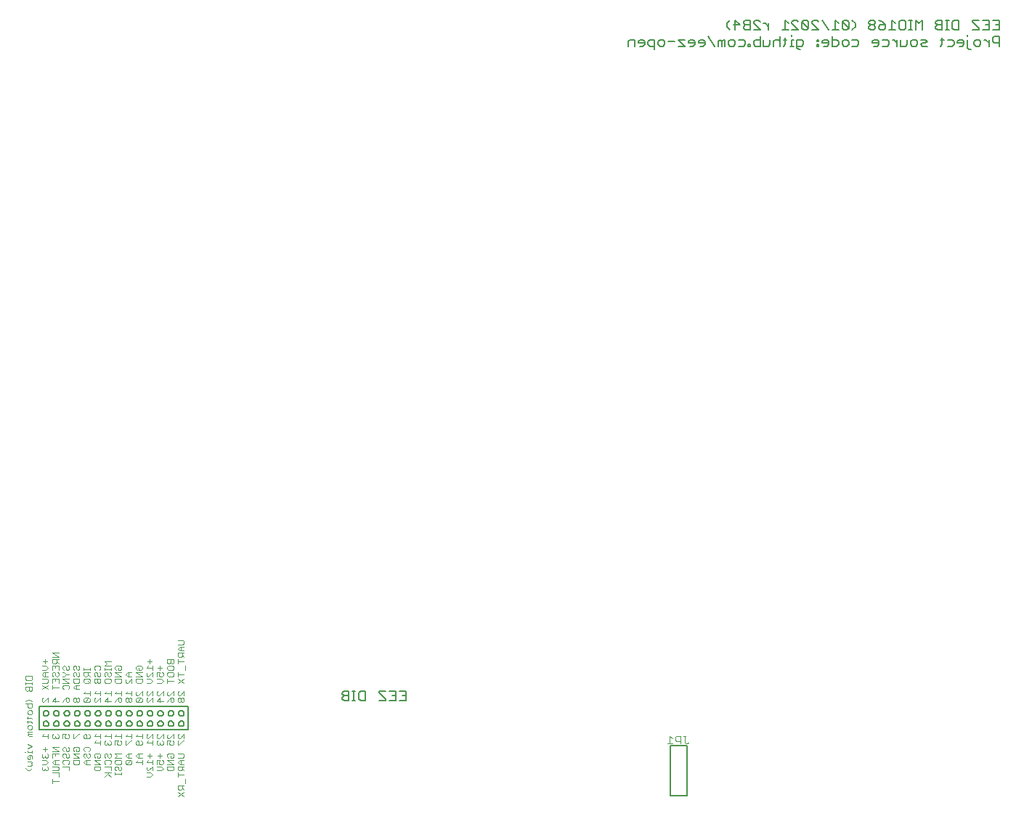
<source format=gbo>
G75*
%MOIN*%
%OFA0B0*%
%FSLAX25Y25*%
%IPPOS*%
%LPD*%
%AMOC8*
5,1,8,0,0,1.08239X$1,22.5*
%
%ADD10C,0.00500*%
%ADD11C,0.00300*%
%ADD12C,0.00400*%
D10*
X0220888Y0080879D02*
X0220888Y0091379D01*
X0289138Y0091379D01*
X0289138Y0080879D01*
X0220888Y0080879D01*
X0222638Y0083629D02*
X0222640Y0083699D01*
X0222646Y0083769D01*
X0222656Y0083838D01*
X0222669Y0083907D01*
X0222687Y0083975D01*
X0222708Y0084042D01*
X0222733Y0084107D01*
X0222762Y0084171D01*
X0222794Y0084234D01*
X0222830Y0084294D01*
X0222869Y0084352D01*
X0222911Y0084408D01*
X0222956Y0084462D01*
X0223004Y0084513D01*
X0223055Y0084561D01*
X0223109Y0084606D01*
X0223165Y0084648D01*
X0223223Y0084687D01*
X0223283Y0084723D01*
X0223346Y0084755D01*
X0223410Y0084784D01*
X0223475Y0084809D01*
X0223542Y0084830D01*
X0223610Y0084848D01*
X0223679Y0084861D01*
X0223748Y0084871D01*
X0223818Y0084877D01*
X0223888Y0084879D01*
X0223958Y0084877D01*
X0224028Y0084871D01*
X0224097Y0084861D01*
X0224166Y0084848D01*
X0224234Y0084830D01*
X0224301Y0084809D01*
X0224366Y0084784D01*
X0224430Y0084755D01*
X0224493Y0084723D01*
X0224553Y0084687D01*
X0224611Y0084648D01*
X0224667Y0084606D01*
X0224721Y0084561D01*
X0224772Y0084513D01*
X0224820Y0084462D01*
X0224865Y0084408D01*
X0224907Y0084352D01*
X0224946Y0084294D01*
X0224982Y0084234D01*
X0225014Y0084171D01*
X0225043Y0084107D01*
X0225068Y0084042D01*
X0225089Y0083975D01*
X0225107Y0083907D01*
X0225120Y0083838D01*
X0225130Y0083769D01*
X0225136Y0083699D01*
X0225138Y0083629D01*
X0225136Y0083559D01*
X0225130Y0083489D01*
X0225120Y0083420D01*
X0225107Y0083351D01*
X0225089Y0083283D01*
X0225068Y0083216D01*
X0225043Y0083151D01*
X0225014Y0083087D01*
X0224982Y0083024D01*
X0224946Y0082964D01*
X0224907Y0082906D01*
X0224865Y0082850D01*
X0224820Y0082796D01*
X0224772Y0082745D01*
X0224721Y0082697D01*
X0224667Y0082652D01*
X0224611Y0082610D01*
X0224553Y0082571D01*
X0224493Y0082535D01*
X0224430Y0082503D01*
X0224366Y0082474D01*
X0224301Y0082449D01*
X0224234Y0082428D01*
X0224166Y0082410D01*
X0224097Y0082397D01*
X0224028Y0082387D01*
X0223958Y0082381D01*
X0223888Y0082379D01*
X0223818Y0082381D01*
X0223748Y0082387D01*
X0223679Y0082397D01*
X0223610Y0082410D01*
X0223542Y0082428D01*
X0223475Y0082449D01*
X0223410Y0082474D01*
X0223346Y0082503D01*
X0223283Y0082535D01*
X0223223Y0082571D01*
X0223165Y0082610D01*
X0223109Y0082652D01*
X0223055Y0082697D01*
X0223004Y0082745D01*
X0222956Y0082796D01*
X0222911Y0082850D01*
X0222869Y0082906D01*
X0222830Y0082964D01*
X0222794Y0083024D01*
X0222762Y0083087D01*
X0222733Y0083151D01*
X0222708Y0083216D01*
X0222687Y0083283D01*
X0222669Y0083351D01*
X0222656Y0083420D01*
X0222646Y0083489D01*
X0222640Y0083559D01*
X0222638Y0083629D01*
X0222638Y0088404D02*
X0222640Y0088474D01*
X0222646Y0088544D01*
X0222656Y0088613D01*
X0222669Y0088682D01*
X0222687Y0088750D01*
X0222708Y0088817D01*
X0222733Y0088882D01*
X0222762Y0088946D01*
X0222794Y0089009D01*
X0222830Y0089069D01*
X0222869Y0089127D01*
X0222911Y0089183D01*
X0222956Y0089237D01*
X0223004Y0089288D01*
X0223055Y0089336D01*
X0223109Y0089381D01*
X0223165Y0089423D01*
X0223223Y0089462D01*
X0223283Y0089498D01*
X0223346Y0089530D01*
X0223410Y0089559D01*
X0223475Y0089584D01*
X0223542Y0089605D01*
X0223610Y0089623D01*
X0223679Y0089636D01*
X0223748Y0089646D01*
X0223818Y0089652D01*
X0223888Y0089654D01*
X0223958Y0089652D01*
X0224028Y0089646D01*
X0224097Y0089636D01*
X0224166Y0089623D01*
X0224234Y0089605D01*
X0224301Y0089584D01*
X0224366Y0089559D01*
X0224430Y0089530D01*
X0224493Y0089498D01*
X0224553Y0089462D01*
X0224611Y0089423D01*
X0224667Y0089381D01*
X0224721Y0089336D01*
X0224772Y0089288D01*
X0224820Y0089237D01*
X0224865Y0089183D01*
X0224907Y0089127D01*
X0224946Y0089069D01*
X0224982Y0089009D01*
X0225014Y0088946D01*
X0225043Y0088882D01*
X0225068Y0088817D01*
X0225089Y0088750D01*
X0225107Y0088682D01*
X0225120Y0088613D01*
X0225130Y0088544D01*
X0225136Y0088474D01*
X0225138Y0088404D01*
X0225136Y0088334D01*
X0225130Y0088264D01*
X0225120Y0088195D01*
X0225107Y0088126D01*
X0225089Y0088058D01*
X0225068Y0087991D01*
X0225043Y0087926D01*
X0225014Y0087862D01*
X0224982Y0087799D01*
X0224946Y0087739D01*
X0224907Y0087681D01*
X0224865Y0087625D01*
X0224820Y0087571D01*
X0224772Y0087520D01*
X0224721Y0087472D01*
X0224667Y0087427D01*
X0224611Y0087385D01*
X0224553Y0087346D01*
X0224493Y0087310D01*
X0224430Y0087278D01*
X0224366Y0087249D01*
X0224301Y0087224D01*
X0224234Y0087203D01*
X0224166Y0087185D01*
X0224097Y0087172D01*
X0224028Y0087162D01*
X0223958Y0087156D01*
X0223888Y0087154D01*
X0223818Y0087156D01*
X0223748Y0087162D01*
X0223679Y0087172D01*
X0223610Y0087185D01*
X0223542Y0087203D01*
X0223475Y0087224D01*
X0223410Y0087249D01*
X0223346Y0087278D01*
X0223283Y0087310D01*
X0223223Y0087346D01*
X0223165Y0087385D01*
X0223109Y0087427D01*
X0223055Y0087472D01*
X0223004Y0087520D01*
X0222956Y0087571D01*
X0222911Y0087625D01*
X0222869Y0087681D01*
X0222830Y0087739D01*
X0222794Y0087799D01*
X0222762Y0087862D01*
X0222733Y0087926D01*
X0222708Y0087991D01*
X0222687Y0088058D01*
X0222669Y0088126D01*
X0222656Y0088195D01*
X0222646Y0088264D01*
X0222640Y0088334D01*
X0222638Y0088404D01*
X0227413Y0088404D02*
X0227415Y0088474D01*
X0227421Y0088544D01*
X0227431Y0088613D01*
X0227444Y0088682D01*
X0227462Y0088750D01*
X0227483Y0088817D01*
X0227508Y0088882D01*
X0227537Y0088946D01*
X0227569Y0089009D01*
X0227605Y0089069D01*
X0227644Y0089127D01*
X0227686Y0089183D01*
X0227731Y0089237D01*
X0227779Y0089288D01*
X0227830Y0089336D01*
X0227884Y0089381D01*
X0227940Y0089423D01*
X0227998Y0089462D01*
X0228058Y0089498D01*
X0228121Y0089530D01*
X0228185Y0089559D01*
X0228250Y0089584D01*
X0228317Y0089605D01*
X0228385Y0089623D01*
X0228454Y0089636D01*
X0228523Y0089646D01*
X0228593Y0089652D01*
X0228663Y0089654D01*
X0228733Y0089652D01*
X0228803Y0089646D01*
X0228872Y0089636D01*
X0228941Y0089623D01*
X0229009Y0089605D01*
X0229076Y0089584D01*
X0229141Y0089559D01*
X0229205Y0089530D01*
X0229268Y0089498D01*
X0229328Y0089462D01*
X0229386Y0089423D01*
X0229442Y0089381D01*
X0229496Y0089336D01*
X0229547Y0089288D01*
X0229595Y0089237D01*
X0229640Y0089183D01*
X0229682Y0089127D01*
X0229721Y0089069D01*
X0229757Y0089009D01*
X0229789Y0088946D01*
X0229818Y0088882D01*
X0229843Y0088817D01*
X0229864Y0088750D01*
X0229882Y0088682D01*
X0229895Y0088613D01*
X0229905Y0088544D01*
X0229911Y0088474D01*
X0229913Y0088404D01*
X0229911Y0088334D01*
X0229905Y0088264D01*
X0229895Y0088195D01*
X0229882Y0088126D01*
X0229864Y0088058D01*
X0229843Y0087991D01*
X0229818Y0087926D01*
X0229789Y0087862D01*
X0229757Y0087799D01*
X0229721Y0087739D01*
X0229682Y0087681D01*
X0229640Y0087625D01*
X0229595Y0087571D01*
X0229547Y0087520D01*
X0229496Y0087472D01*
X0229442Y0087427D01*
X0229386Y0087385D01*
X0229328Y0087346D01*
X0229268Y0087310D01*
X0229205Y0087278D01*
X0229141Y0087249D01*
X0229076Y0087224D01*
X0229009Y0087203D01*
X0228941Y0087185D01*
X0228872Y0087172D01*
X0228803Y0087162D01*
X0228733Y0087156D01*
X0228663Y0087154D01*
X0228593Y0087156D01*
X0228523Y0087162D01*
X0228454Y0087172D01*
X0228385Y0087185D01*
X0228317Y0087203D01*
X0228250Y0087224D01*
X0228185Y0087249D01*
X0228121Y0087278D01*
X0228058Y0087310D01*
X0227998Y0087346D01*
X0227940Y0087385D01*
X0227884Y0087427D01*
X0227830Y0087472D01*
X0227779Y0087520D01*
X0227731Y0087571D01*
X0227686Y0087625D01*
X0227644Y0087681D01*
X0227605Y0087739D01*
X0227569Y0087799D01*
X0227537Y0087862D01*
X0227508Y0087926D01*
X0227483Y0087991D01*
X0227462Y0088058D01*
X0227444Y0088126D01*
X0227431Y0088195D01*
X0227421Y0088264D01*
X0227415Y0088334D01*
X0227413Y0088404D01*
X0227413Y0083629D02*
X0227415Y0083699D01*
X0227421Y0083769D01*
X0227431Y0083838D01*
X0227444Y0083907D01*
X0227462Y0083975D01*
X0227483Y0084042D01*
X0227508Y0084107D01*
X0227537Y0084171D01*
X0227569Y0084234D01*
X0227605Y0084294D01*
X0227644Y0084352D01*
X0227686Y0084408D01*
X0227731Y0084462D01*
X0227779Y0084513D01*
X0227830Y0084561D01*
X0227884Y0084606D01*
X0227940Y0084648D01*
X0227998Y0084687D01*
X0228058Y0084723D01*
X0228121Y0084755D01*
X0228185Y0084784D01*
X0228250Y0084809D01*
X0228317Y0084830D01*
X0228385Y0084848D01*
X0228454Y0084861D01*
X0228523Y0084871D01*
X0228593Y0084877D01*
X0228663Y0084879D01*
X0228733Y0084877D01*
X0228803Y0084871D01*
X0228872Y0084861D01*
X0228941Y0084848D01*
X0229009Y0084830D01*
X0229076Y0084809D01*
X0229141Y0084784D01*
X0229205Y0084755D01*
X0229268Y0084723D01*
X0229328Y0084687D01*
X0229386Y0084648D01*
X0229442Y0084606D01*
X0229496Y0084561D01*
X0229547Y0084513D01*
X0229595Y0084462D01*
X0229640Y0084408D01*
X0229682Y0084352D01*
X0229721Y0084294D01*
X0229757Y0084234D01*
X0229789Y0084171D01*
X0229818Y0084107D01*
X0229843Y0084042D01*
X0229864Y0083975D01*
X0229882Y0083907D01*
X0229895Y0083838D01*
X0229905Y0083769D01*
X0229911Y0083699D01*
X0229913Y0083629D01*
X0229911Y0083559D01*
X0229905Y0083489D01*
X0229895Y0083420D01*
X0229882Y0083351D01*
X0229864Y0083283D01*
X0229843Y0083216D01*
X0229818Y0083151D01*
X0229789Y0083087D01*
X0229757Y0083024D01*
X0229721Y0082964D01*
X0229682Y0082906D01*
X0229640Y0082850D01*
X0229595Y0082796D01*
X0229547Y0082745D01*
X0229496Y0082697D01*
X0229442Y0082652D01*
X0229386Y0082610D01*
X0229328Y0082571D01*
X0229268Y0082535D01*
X0229205Y0082503D01*
X0229141Y0082474D01*
X0229076Y0082449D01*
X0229009Y0082428D01*
X0228941Y0082410D01*
X0228872Y0082397D01*
X0228803Y0082387D01*
X0228733Y0082381D01*
X0228663Y0082379D01*
X0228593Y0082381D01*
X0228523Y0082387D01*
X0228454Y0082397D01*
X0228385Y0082410D01*
X0228317Y0082428D01*
X0228250Y0082449D01*
X0228185Y0082474D01*
X0228121Y0082503D01*
X0228058Y0082535D01*
X0227998Y0082571D01*
X0227940Y0082610D01*
X0227884Y0082652D01*
X0227830Y0082697D01*
X0227779Y0082745D01*
X0227731Y0082796D01*
X0227686Y0082850D01*
X0227644Y0082906D01*
X0227605Y0082964D01*
X0227569Y0083024D01*
X0227537Y0083087D01*
X0227508Y0083151D01*
X0227483Y0083216D01*
X0227462Y0083283D01*
X0227444Y0083351D01*
X0227431Y0083420D01*
X0227421Y0083489D01*
X0227415Y0083559D01*
X0227413Y0083629D01*
X0232188Y0083629D02*
X0232190Y0083699D01*
X0232196Y0083769D01*
X0232206Y0083838D01*
X0232219Y0083907D01*
X0232237Y0083975D01*
X0232258Y0084042D01*
X0232283Y0084107D01*
X0232312Y0084171D01*
X0232344Y0084234D01*
X0232380Y0084294D01*
X0232419Y0084352D01*
X0232461Y0084408D01*
X0232506Y0084462D01*
X0232554Y0084513D01*
X0232605Y0084561D01*
X0232659Y0084606D01*
X0232715Y0084648D01*
X0232773Y0084687D01*
X0232833Y0084723D01*
X0232896Y0084755D01*
X0232960Y0084784D01*
X0233025Y0084809D01*
X0233092Y0084830D01*
X0233160Y0084848D01*
X0233229Y0084861D01*
X0233298Y0084871D01*
X0233368Y0084877D01*
X0233438Y0084879D01*
X0233508Y0084877D01*
X0233578Y0084871D01*
X0233647Y0084861D01*
X0233716Y0084848D01*
X0233784Y0084830D01*
X0233851Y0084809D01*
X0233916Y0084784D01*
X0233980Y0084755D01*
X0234043Y0084723D01*
X0234103Y0084687D01*
X0234161Y0084648D01*
X0234217Y0084606D01*
X0234271Y0084561D01*
X0234322Y0084513D01*
X0234370Y0084462D01*
X0234415Y0084408D01*
X0234457Y0084352D01*
X0234496Y0084294D01*
X0234532Y0084234D01*
X0234564Y0084171D01*
X0234593Y0084107D01*
X0234618Y0084042D01*
X0234639Y0083975D01*
X0234657Y0083907D01*
X0234670Y0083838D01*
X0234680Y0083769D01*
X0234686Y0083699D01*
X0234688Y0083629D01*
X0234686Y0083559D01*
X0234680Y0083489D01*
X0234670Y0083420D01*
X0234657Y0083351D01*
X0234639Y0083283D01*
X0234618Y0083216D01*
X0234593Y0083151D01*
X0234564Y0083087D01*
X0234532Y0083024D01*
X0234496Y0082964D01*
X0234457Y0082906D01*
X0234415Y0082850D01*
X0234370Y0082796D01*
X0234322Y0082745D01*
X0234271Y0082697D01*
X0234217Y0082652D01*
X0234161Y0082610D01*
X0234103Y0082571D01*
X0234043Y0082535D01*
X0233980Y0082503D01*
X0233916Y0082474D01*
X0233851Y0082449D01*
X0233784Y0082428D01*
X0233716Y0082410D01*
X0233647Y0082397D01*
X0233578Y0082387D01*
X0233508Y0082381D01*
X0233438Y0082379D01*
X0233368Y0082381D01*
X0233298Y0082387D01*
X0233229Y0082397D01*
X0233160Y0082410D01*
X0233092Y0082428D01*
X0233025Y0082449D01*
X0232960Y0082474D01*
X0232896Y0082503D01*
X0232833Y0082535D01*
X0232773Y0082571D01*
X0232715Y0082610D01*
X0232659Y0082652D01*
X0232605Y0082697D01*
X0232554Y0082745D01*
X0232506Y0082796D01*
X0232461Y0082850D01*
X0232419Y0082906D01*
X0232380Y0082964D01*
X0232344Y0083024D01*
X0232312Y0083087D01*
X0232283Y0083151D01*
X0232258Y0083216D01*
X0232237Y0083283D01*
X0232219Y0083351D01*
X0232206Y0083420D01*
X0232196Y0083489D01*
X0232190Y0083559D01*
X0232188Y0083629D01*
X0232188Y0088404D02*
X0232190Y0088474D01*
X0232196Y0088544D01*
X0232206Y0088613D01*
X0232219Y0088682D01*
X0232237Y0088750D01*
X0232258Y0088817D01*
X0232283Y0088882D01*
X0232312Y0088946D01*
X0232344Y0089009D01*
X0232380Y0089069D01*
X0232419Y0089127D01*
X0232461Y0089183D01*
X0232506Y0089237D01*
X0232554Y0089288D01*
X0232605Y0089336D01*
X0232659Y0089381D01*
X0232715Y0089423D01*
X0232773Y0089462D01*
X0232833Y0089498D01*
X0232896Y0089530D01*
X0232960Y0089559D01*
X0233025Y0089584D01*
X0233092Y0089605D01*
X0233160Y0089623D01*
X0233229Y0089636D01*
X0233298Y0089646D01*
X0233368Y0089652D01*
X0233438Y0089654D01*
X0233508Y0089652D01*
X0233578Y0089646D01*
X0233647Y0089636D01*
X0233716Y0089623D01*
X0233784Y0089605D01*
X0233851Y0089584D01*
X0233916Y0089559D01*
X0233980Y0089530D01*
X0234043Y0089498D01*
X0234103Y0089462D01*
X0234161Y0089423D01*
X0234217Y0089381D01*
X0234271Y0089336D01*
X0234322Y0089288D01*
X0234370Y0089237D01*
X0234415Y0089183D01*
X0234457Y0089127D01*
X0234496Y0089069D01*
X0234532Y0089009D01*
X0234564Y0088946D01*
X0234593Y0088882D01*
X0234618Y0088817D01*
X0234639Y0088750D01*
X0234657Y0088682D01*
X0234670Y0088613D01*
X0234680Y0088544D01*
X0234686Y0088474D01*
X0234688Y0088404D01*
X0234686Y0088334D01*
X0234680Y0088264D01*
X0234670Y0088195D01*
X0234657Y0088126D01*
X0234639Y0088058D01*
X0234618Y0087991D01*
X0234593Y0087926D01*
X0234564Y0087862D01*
X0234532Y0087799D01*
X0234496Y0087739D01*
X0234457Y0087681D01*
X0234415Y0087625D01*
X0234370Y0087571D01*
X0234322Y0087520D01*
X0234271Y0087472D01*
X0234217Y0087427D01*
X0234161Y0087385D01*
X0234103Y0087346D01*
X0234043Y0087310D01*
X0233980Y0087278D01*
X0233916Y0087249D01*
X0233851Y0087224D01*
X0233784Y0087203D01*
X0233716Y0087185D01*
X0233647Y0087172D01*
X0233578Y0087162D01*
X0233508Y0087156D01*
X0233438Y0087154D01*
X0233368Y0087156D01*
X0233298Y0087162D01*
X0233229Y0087172D01*
X0233160Y0087185D01*
X0233092Y0087203D01*
X0233025Y0087224D01*
X0232960Y0087249D01*
X0232896Y0087278D01*
X0232833Y0087310D01*
X0232773Y0087346D01*
X0232715Y0087385D01*
X0232659Y0087427D01*
X0232605Y0087472D01*
X0232554Y0087520D01*
X0232506Y0087571D01*
X0232461Y0087625D01*
X0232419Y0087681D01*
X0232380Y0087739D01*
X0232344Y0087799D01*
X0232312Y0087862D01*
X0232283Y0087926D01*
X0232258Y0087991D01*
X0232237Y0088058D01*
X0232219Y0088126D01*
X0232206Y0088195D01*
X0232196Y0088264D01*
X0232190Y0088334D01*
X0232188Y0088404D01*
X0236963Y0088404D02*
X0236965Y0088474D01*
X0236971Y0088544D01*
X0236981Y0088613D01*
X0236994Y0088682D01*
X0237012Y0088750D01*
X0237033Y0088817D01*
X0237058Y0088882D01*
X0237087Y0088946D01*
X0237119Y0089009D01*
X0237155Y0089069D01*
X0237194Y0089127D01*
X0237236Y0089183D01*
X0237281Y0089237D01*
X0237329Y0089288D01*
X0237380Y0089336D01*
X0237434Y0089381D01*
X0237490Y0089423D01*
X0237548Y0089462D01*
X0237608Y0089498D01*
X0237671Y0089530D01*
X0237735Y0089559D01*
X0237800Y0089584D01*
X0237867Y0089605D01*
X0237935Y0089623D01*
X0238004Y0089636D01*
X0238073Y0089646D01*
X0238143Y0089652D01*
X0238213Y0089654D01*
X0238283Y0089652D01*
X0238353Y0089646D01*
X0238422Y0089636D01*
X0238491Y0089623D01*
X0238559Y0089605D01*
X0238626Y0089584D01*
X0238691Y0089559D01*
X0238755Y0089530D01*
X0238818Y0089498D01*
X0238878Y0089462D01*
X0238936Y0089423D01*
X0238992Y0089381D01*
X0239046Y0089336D01*
X0239097Y0089288D01*
X0239145Y0089237D01*
X0239190Y0089183D01*
X0239232Y0089127D01*
X0239271Y0089069D01*
X0239307Y0089009D01*
X0239339Y0088946D01*
X0239368Y0088882D01*
X0239393Y0088817D01*
X0239414Y0088750D01*
X0239432Y0088682D01*
X0239445Y0088613D01*
X0239455Y0088544D01*
X0239461Y0088474D01*
X0239463Y0088404D01*
X0239461Y0088334D01*
X0239455Y0088264D01*
X0239445Y0088195D01*
X0239432Y0088126D01*
X0239414Y0088058D01*
X0239393Y0087991D01*
X0239368Y0087926D01*
X0239339Y0087862D01*
X0239307Y0087799D01*
X0239271Y0087739D01*
X0239232Y0087681D01*
X0239190Y0087625D01*
X0239145Y0087571D01*
X0239097Y0087520D01*
X0239046Y0087472D01*
X0238992Y0087427D01*
X0238936Y0087385D01*
X0238878Y0087346D01*
X0238818Y0087310D01*
X0238755Y0087278D01*
X0238691Y0087249D01*
X0238626Y0087224D01*
X0238559Y0087203D01*
X0238491Y0087185D01*
X0238422Y0087172D01*
X0238353Y0087162D01*
X0238283Y0087156D01*
X0238213Y0087154D01*
X0238143Y0087156D01*
X0238073Y0087162D01*
X0238004Y0087172D01*
X0237935Y0087185D01*
X0237867Y0087203D01*
X0237800Y0087224D01*
X0237735Y0087249D01*
X0237671Y0087278D01*
X0237608Y0087310D01*
X0237548Y0087346D01*
X0237490Y0087385D01*
X0237434Y0087427D01*
X0237380Y0087472D01*
X0237329Y0087520D01*
X0237281Y0087571D01*
X0237236Y0087625D01*
X0237194Y0087681D01*
X0237155Y0087739D01*
X0237119Y0087799D01*
X0237087Y0087862D01*
X0237058Y0087926D01*
X0237033Y0087991D01*
X0237012Y0088058D01*
X0236994Y0088126D01*
X0236981Y0088195D01*
X0236971Y0088264D01*
X0236965Y0088334D01*
X0236963Y0088404D01*
X0236963Y0083629D02*
X0236965Y0083699D01*
X0236971Y0083769D01*
X0236981Y0083838D01*
X0236994Y0083907D01*
X0237012Y0083975D01*
X0237033Y0084042D01*
X0237058Y0084107D01*
X0237087Y0084171D01*
X0237119Y0084234D01*
X0237155Y0084294D01*
X0237194Y0084352D01*
X0237236Y0084408D01*
X0237281Y0084462D01*
X0237329Y0084513D01*
X0237380Y0084561D01*
X0237434Y0084606D01*
X0237490Y0084648D01*
X0237548Y0084687D01*
X0237608Y0084723D01*
X0237671Y0084755D01*
X0237735Y0084784D01*
X0237800Y0084809D01*
X0237867Y0084830D01*
X0237935Y0084848D01*
X0238004Y0084861D01*
X0238073Y0084871D01*
X0238143Y0084877D01*
X0238213Y0084879D01*
X0238283Y0084877D01*
X0238353Y0084871D01*
X0238422Y0084861D01*
X0238491Y0084848D01*
X0238559Y0084830D01*
X0238626Y0084809D01*
X0238691Y0084784D01*
X0238755Y0084755D01*
X0238818Y0084723D01*
X0238878Y0084687D01*
X0238936Y0084648D01*
X0238992Y0084606D01*
X0239046Y0084561D01*
X0239097Y0084513D01*
X0239145Y0084462D01*
X0239190Y0084408D01*
X0239232Y0084352D01*
X0239271Y0084294D01*
X0239307Y0084234D01*
X0239339Y0084171D01*
X0239368Y0084107D01*
X0239393Y0084042D01*
X0239414Y0083975D01*
X0239432Y0083907D01*
X0239445Y0083838D01*
X0239455Y0083769D01*
X0239461Y0083699D01*
X0239463Y0083629D01*
X0239461Y0083559D01*
X0239455Y0083489D01*
X0239445Y0083420D01*
X0239432Y0083351D01*
X0239414Y0083283D01*
X0239393Y0083216D01*
X0239368Y0083151D01*
X0239339Y0083087D01*
X0239307Y0083024D01*
X0239271Y0082964D01*
X0239232Y0082906D01*
X0239190Y0082850D01*
X0239145Y0082796D01*
X0239097Y0082745D01*
X0239046Y0082697D01*
X0238992Y0082652D01*
X0238936Y0082610D01*
X0238878Y0082571D01*
X0238818Y0082535D01*
X0238755Y0082503D01*
X0238691Y0082474D01*
X0238626Y0082449D01*
X0238559Y0082428D01*
X0238491Y0082410D01*
X0238422Y0082397D01*
X0238353Y0082387D01*
X0238283Y0082381D01*
X0238213Y0082379D01*
X0238143Y0082381D01*
X0238073Y0082387D01*
X0238004Y0082397D01*
X0237935Y0082410D01*
X0237867Y0082428D01*
X0237800Y0082449D01*
X0237735Y0082474D01*
X0237671Y0082503D01*
X0237608Y0082535D01*
X0237548Y0082571D01*
X0237490Y0082610D01*
X0237434Y0082652D01*
X0237380Y0082697D01*
X0237329Y0082745D01*
X0237281Y0082796D01*
X0237236Y0082850D01*
X0237194Y0082906D01*
X0237155Y0082964D01*
X0237119Y0083024D01*
X0237087Y0083087D01*
X0237058Y0083151D01*
X0237033Y0083216D01*
X0237012Y0083283D01*
X0236994Y0083351D01*
X0236981Y0083420D01*
X0236971Y0083489D01*
X0236965Y0083559D01*
X0236963Y0083629D01*
X0241738Y0083629D02*
X0241740Y0083699D01*
X0241746Y0083769D01*
X0241756Y0083838D01*
X0241769Y0083907D01*
X0241787Y0083975D01*
X0241808Y0084042D01*
X0241833Y0084107D01*
X0241862Y0084171D01*
X0241894Y0084234D01*
X0241930Y0084294D01*
X0241969Y0084352D01*
X0242011Y0084408D01*
X0242056Y0084462D01*
X0242104Y0084513D01*
X0242155Y0084561D01*
X0242209Y0084606D01*
X0242265Y0084648D01*
X0242323Y0084687D01*
X0242383Y0084723D01*
X0242446Y0084755D01*
X0242510Y0084784D01*
X0242575Y0084809D01*
X0242642Y0084830D01*
X0242710Y0084848D01*
X0242779Y0084861D01*
X0242848Y0084871D01*
X0242918Y0084877D01*
X0242988Y0084879D01*
X0243058Y0084877D01*
X0243128Y0084871D01*
X0243197Y0084861D01*
X0243266Y0084848D01*
X0243334Y0084830D01*
X0243401Y0084809D01*
X0243466Y0084784D01*
X0243530Y0084755D01*
X0243593Y0084723D01*
X0243653Y0084687D01*
X0243711Y0084648D01*
X0243767Y0084606D01*
X0243821Y0084561D01*
X0243872Y0084513D01*
X0243920Y0084462D01*
X0243965Y0084408D01*
X0244007Y0084352D01*
X0244046Y0084294D01*
X0244082Y0084234D01*
X0244114Y0084171D01*
X0244143Y0084107D01*
X0244168Y0084042D01*
X0244189Y0083975D01*
X0244207Y0083907D01*
X0244220Y0083838D01*
X0244230Y0083769D01*
X0244236Y0083699D01*
X0244238Y0083629D01*
X0244236Y0083559D01*
X0244230Y0083489D01*
X0244220Y0083420D01*
X0244207Y0083351D01*
X0244189Y0083283D01*
X0244168Y0083216D01*
X0244143Y0083151D01*
X0244114Y0083087D01*
X0244082Y0083024D01*
X0244046Y0082964D01*
X0244007Y0082906D01*
X0243965Y0082850D01*
X0243920Y0082796D01*
X0243872Y0082745D01*
X0243821Y0082697D01*
X0243767Y0082652D01*
X0243711Y0082610D01*
X0243653Y0082571D01*
X0243593Y0082535D01*
X0243530Y0082503D01*
X0243466Y0082474D01*
X0243401Y0082449D01*
X0243334Y0082428D01*
X0243266Y0082410D01*
X0243197Y0082397D01*
X0243128Y0082387D01*
X0243058Y0082381D01*
X0242988Y0082379D01*
X0242918Y0082381D01*
X0242848Y0082387D01*
X0242779Y0082397D01*
X0242710Y0082410D01*
X0242642Y0082428D01*
X0242575Y0082449D01*
X0242510Y0082474D01*
X0242446Y0082503D01*
X0242383Y0082535D01*
X0242323Y0082571D01*
X0242265Y0082610D01*
X0242209Y0082652D01*
X0242155Y0082697D01*
X0242104Y0082745D01*
X0242056Y0082796D01*
X0242011Y0082850D01*
X0241969Y0082906D01*
X0241930Y0082964D01*
X0241894Y0083024D01*
X0241862Y0083087D01*
X0241833Y0083151D01*
X0241808Y0083216D01*
X0241787Y0083283D01*
X0241769Y0083351D01*
X0241756Y0083420D01*
X0241746Y0083489D01*
X0241740Y0083559D01*
X0241738Y0083629D01*
X0241738Y0088404D02*
X0241740Y0088474D01*
X0241746Y0088544D01*
X0241756Y0088613D01*
X0241769Y0088682D01*
X0241787Y0088750D01*
X0241808Y0088817D01*
X0241833Y0088882D01*
X0241862Y0088946D01*
X0241894Y0089009D01*
X0241930Y0089069D01*
X0241969Y0089127D01*
X0242011Y0089183D01*
X0242056Y0089237D01*
X0242104Y0089288D01*
X0242155Y0089336D01*
X0242209Y0089381D01*
X0242265Y0089423D01*
X0242323Y0089462D01*
X0242383Y0089498D01*
X0242446Y0089530D01*
X0242510Y0089559D01*
X0242575Y0089584D01*
X0242642Y0089605D01*
X0242710Y0089623D01*
X0242779Y0089636D01*
X0242848Y0089646D01*
X0242918Y0089652D01*
X0242988Y0089654D01*
X0243058Y0089652D01*
X0243128Y0089646D01*
X0243197Y0089636D01*
X0243266Y0089623D01*
X0243334Y0089605D01*
X0243401Y0089584D01*
X0243466Y0089559D01*
X0243530Y0089530D01*
X0243593Y0089498D01*
X0243653Y0089462D01*
X0243711Y0089423D01*
X0243767Y0089381D01*
X0243821Y0089336D01*
X0243872Y0089288D01*
X0243920Y0089237D01*
X0243965Y0089183D01*
X0244007Y0089127D01*
X0244046Y0089069D01*
X0244082Y0089009D01*
X0244114Y0088946D01*
X0244143Y0088882D01*
X0244168Y0088817D01*
X0244189Y0088750D01*
X0244207Y0088682D01*
X0244220Y0088613D01*
X0244230Y0088544D01*
X0244236Y0088474D01*
X0244238Y0088404D01*
X0244236Y0088334D01*
X0244230Y0088264D01*
X0244220Y0088195D01*
X0244207Y0088126D01*
X0244189Y0088058D01*
X0244168Y0087991D01*
X0244143Y0087926D01*
X0244114Y0087862D01*
X0244082Y0087799D01*
X0244046Y0087739D01*
X0244007Y0087681D01*
X0243965Y0087625D01*
X0243920Y0087571D01*
X0243872Y0087520D01*
X0243821Y0087472D01*
X0243767Y0087427D01*
X0243711Y0087385D01*
X0243653Y0087346D01*
X0243593Y0087310D01*
X0243530Y0087278D01*
X0243466Y0087249D01*
X0243401Y0087224D01*
X0243334Y0087203D01*
X0243266Y0087185D01*
X0243197Y0087172D01*
X0243128Y0087162D01*
X0243058Y0087156D01*
X0242988Y0087154D01*
X0242918Y0087156D01*
X0242848Y0087162D01*
X0242779Y0087172D01*
X0242710Y0087185D01*
X0242642Y0087203D01*
X0242575Y0087224D01*
X0242510Y0087249D01*
X0242446Y0087278D01*
X0242383Y0087310D01*
X0242323Y0087346D01*
X0242265Y0087385D01*
X0242209Y0087427D01*
X0242155Y0087472D01*
X0242104Y0087520D01*
X0242056Y0087571D01*
X0242011Y0087625D01*
X0241969Y0087681D01*
X0241930Y0087739D01*
X0241894Y0087799D01*
X0241862Y0087862D01*
X0241833Y0087926D01*
X0241808Y0087991D01*
X0241787Y0088058D01*
X0241769Y0088126D01*
X0241756Y0088195D01*
X0241746Y0088264D01*
X0241740Y0088334D01*
X0241738Y0088404D01*
X0246513Y0088404D02*
X0246515Y0088474D01*
X0246521Y0088544D01*
X0246531Y0088613D01*
X0246544Y0088682D01*
X0246562Y0088750D01*
X0246583Y0088817D01*
X0246608Y0088882D01*
X0246637Y0088946D01*
X0246669Y0089009D01*
X0246705Y0089069D01*
X0246744Y0089127D01*
X0246786Y0089183D01*
X0246831Y0089237D01*
X0246879Y0089288D01*
X0246930Y0089336D01*
X0246984Y0089381D01*
X0247040Y0089423D01*
X0247098Y0089462D01*
X0247158Y0089498D01*
X0247221Y0089530D01*
X0247285Y0089559D01*
X0247350Y0089584D01*
X0247417Y0089605D01*
X0247485Y0089623D01*
X0247554Y0089636D01*
X0247623Y0089646D01*
X0247693Y0089652D01*
X0247763Y0089654D01*
X0247833Y0089652D01*
X0247903Y0089646D01*
X0247972Y0089636D01*
X0248041Y0089623D01*
X0248109Y0089605D01*
X0248176Y0089584D01*
X0248241Y0089559D01*
X0248305Y0089530D01*
X0248368Y0089498D01*
X0248428Y0089462D01*
X0248486Y0089423D01*
X0248542Y0089381D01*
X0248596Y0089336D01*
X0248647Y0089288D01*
X0248695Y0089237D01*
X0248740Y0089183D01*
X0248782Y0089127D01*
X0248821Y0089069D01*
X0248857Y0089009D01*
X0248889Y0088946D01*
X0248918Y0088882D01*
X0248943Y0088817D01*
X0248964Y0088750D01*
X0248982Y0088682D01*
X0248995Y0088613D01*
X0249005Y0088544D01*
X0249011Y0088474D01*
X0249013Y0088404D01*
X0249011Y0088334D01*
X0249005Y0088264D01*
X0248995Y0088195D01*
X0248982Y0088126D01*
X0248964Y0088058D01*
X0248943Y0087991D01*
X0248918Y0087926D01*
X0248889Y0087862D01*
X0248857Y0087799D01*
X0248821Y0087739D01*
X0248782Y0087681D01*
X0248740Y0087625D01*
X0248695Y0087571D01*
X0248647Y0087520D01*
X0248596Y0087472D01*
X0248542Y0087427D01*
X0248486Y0087385D01*
X0248428Y0087346D01*
X0248368Y0087310D01*
X0248305Y0087278D01*
X0248241Y0087249D01*
X0248176Y0087224D01*
X0248109Y0087203D01*
X0248041Y0087185D01*
X0247972Y0087172D01*
X0247903Y0087162D01*
X0247833Y0087156D01*
X0247763Y0087154D01*
X0247693Y0087156D01*
X0247623Y0087162D01*
X0247554Y0087172D01*
X0247485Y0087185D01*
X0247417Y0087203D01*
X0247350Y0087224D01*
X0247285Y0087249D01*
X0247221Y0087278D01*
X0247158Y0087310D01*
X0247098Y0087346D01*
X0247040Y0087385D01*
X0246984Y0087427D01*
X0246930Y0087472D01*
X0246879Y0087520D01*
X0246831Y0087571D01*
X0246786Y0087625D01*
X0246744Y0087681D01*
X0246705Y0087739D01*
X0246669Y0087799D01*
X0246637Y0087862D01*
X0246608Y0087926D01*
X0246583Y0087991D01*
X0246562Y0088058D01*
X0246544Y0088126D01*
X0246531Y0088195D01*
X0246521Y0088264D01*
X0246515Y0088334D01*
X0246513Y0088404D01*
X0246513Y0083629D02*
X0246515Y0083699D01*
X0246521Y0083769D01*
X0246531Y0083838D01*
X0246544Y0083907D01*
X0246562Y0083975D01*
X0246583Y0084042D01*
X0246608Y0084107D01*
X0246637Y0084171D01*
X0246669Y0084234D01*
X0246705Y0084294D01*
X0246744Y0084352D01*
X0246786Y0084408D01*
X0246831Y0084462D01*
X0246879Y0084513D01*
X0246930Y0084561D01*
X0246984Y0084606D01*
X0247040Y0084648D01*
X0247098Y0084687D01*
X0247158Y0084723D01*
X0247221Y0084755D01*
X0247285Y0084784D01*
X0247350Y0084809D01*
X0247417Y0084830D01*
X0247485Y0084848D01*
X0247554Y0084861D01*
X0247623Y0084871D01*
X0247693Y0084877D01*
X0247763Y0084879D01*
X0247833Y0084877D01*
X0247903Y0084871D01*
X0247972Y0084861D01*
X0248041Y0084848D01*
X0248109Y0084830D01*
X0248176Y0084809D01*
X0248241Y0084784D01*
X0248305Y0084755D01*
X0248368Y0084723D01*
X0248428Y0084687D01*
X0248486Y0084648D01*
X0248542Y0084606D01*
X0248596Y0084561D01*
X0248647Y0084513D01*
X0248695Y0084462D01*
X0248740Y0084408D01*
X0248782Y0084352D01*
X0248821Y0084294D01*
X0248857Y0084234D01*
X0248889Y0084171D01*
X0248918Y0084107D01*
X0248943Y0084042D01*
X0248964Y0083975D01*
X0248982Y0083907D01*
X0248995Y0083838D01*
X0249005Y0083769D01*
X0249011Y0083699D01*
X0249013Y0083629D01*
X0249011Y0083559D01*
X0249005Y0083489D01*
X0248995Y0083420D01*
X0248982Y0083351D01*
X0248964Y0083283D01*
X0248943Y0083216D01*
X0248918Y0083151D01*
X0248889Y0083087D01*
X0248857Y0083024D01*
X0248821Y0082964D01*
X0248782Y0082906D01*
X0248740Y0082850D01*
X0248695Y0082796D01*
X0248647Y0082745D01*
X0248596Y0082697D01*
X0248542Y0082652D01*
X0248486Y0082610D01*
X0248428Y0082571D01*
X0248368Y0082535D01*
X0248305Y0082503D01*
X0248241Y0082474D01*
X0248176Y0082449D01*
X0248109Y0082428D01*
X0248041Y0082410D01*
X0247972Y0082397D01*
X0247903Y0082387D01*
X0247833Y0082381D01*
X0247763Y0082379D01*
X0247693Y0082381D01*
X0247623Y0082387D01*
X0247554Y0082397D01*
X0247485Y0082410D01*
X0247417Y0082428D01*
X0247350Y0082449D01*
X0247285Y0082474D01*
X0247221Y0082503D01*
X0247158Y0082535D01*
X0247098Y0082571D01*
X0247040Y0082610D01*
X0246984Y0082652D01*
X0246930Y0082697D01*
X0246879Y0082745D01*
X0246831Y0082796D01*
X0246786Y0082850D01*
X0246744Y0082906D01*
X0246705Y0082964D01*
X0246669Y0083024D01*
X0246637Y0083087D01*
X0246608Y0083151D01*
X0246583Y0083216D01*
X0246562Y0083283D01*
X0246544Y0083351D01*
X0246531Y0083420D01*
X0246521Y0083489D01*
X0246515Y0083559D01*
X0246513Y0083629D01*
X0251288Y0083629D02*
X0251290Y0083699D01*
X0251296Y0083769D01*
X0251306Y0083838D01*
X0251319Y0083907D01*
X0251337Y0083975D01*
X0251358Y0084042D01*
X0251383Y0084107D01*
X0251412Y0084171D01*
X0251444Y0084234D01*
X0251480Y0084294D01*
X0251519Y0084352D01*
X0251561Y0084408D01*
X0251606Y0084462D01*
X0251654Y0084513D01*
X0251705Y0084561D01*
X0251759Y0084606D01*
X0251815Y0084648D01*
X0251873Y0084687D01*
X0251933Y0084723D01*
X0251996Y0084755D01*
X0252060Y0084784D01*
X0252125Y0084809D01*
X0252192Y0084830D01*
X0252260Y0084848D01*
X0252329Y0084861D01*
X0252398Y0084871D01*
X0252468Y0084877D01*
X0252538Y0084879D01*
X0252608Y0084877D01*
X0252678Y0084871D01*
X0252747Y0084861D01*
X0252816Y0084848D01*
X0252884Y0084830D01*
X0252951Y0084809D01*
X0253016Y0084784D01*
X0253080Y0084755D01*
X0253143Y0084723D01*
X0253203Y0084687D01*
X0253261Y0084648D01*
X0253317Y0084606D01*
X0253371Y0084561D01*
X0253422Y0084513D01*
X0253470Y0084462D01*
X0253515Y0084408D01*
X0253557Y0084352D01*
X0253596Y0084294D01*
X0253632Y0084234D01*
X0253664Y0084171D01*
X0253693Y0084107D01*
X0253718Y0084042D01*
X0253739Y0083975D01*
X0253757Y0083907D01*
X0253770Y0083838D01*
X0253780Y0083769D01*
X0253786Y0083699D01*
X0253788Y0083629D01*
X0253786Y0083559D01*
X0253780Y0083489D01*
X0253770Y0083420D01*
X0253757Y0083351D01*
X0253739Y0083283D01*
X0253718Y0083216D01*
X0253693Y0083151D01*
X0253664Y0083087D01*
X0253632Y0083024D01*
X0253596Y0082964D01*
X0253557Y0082906D01*
X0253515Y0082850D01*
X0253470Y0082796D01*
X0253422Y0082745D01*
X0253371Y0082697D01*
X0253317Y0082652D01*
X0253261Y0082610D01*
X0253203Y0082571D01*
X0253143Y0082535D01*
X0253080Y0082503D01*
X0253016Y0082474D01*
X0252951Y0082449D01*
X0252884Y0082428D01*
X0252816Y0082410D01*
X0252747Y0082397D01*
X0252678Y0082387D01*
X0252608Y0082381D01*
X0252538Y0082379D01*
X0252468Y0082381D01*
X0252398Y0082387D01*
X0252329Y0082397D01*
X0252260Y0082410D01*
X0252192Y0082428D01*
X0252125Y0082449D01*
X0252060Y0082474D01*
X0251996Y0082503D01*
X0251933Y0082535D01*
X0251873Y0082571D01*
X0251815Y0082610D01*
X0251759Y0082652D01*
X0251705Y0082697D01*
X0251654Y0082745D01*
X0251606Y0082796D01*
X0251561Y0082850D01*
X0251519Y0082906D01*
X0251480Y0082964D01*
X0251444Y0083024D01*
X0251412Y0083087D01*
X0251383Y0083151D01*
X0251358Y0083216D01*
X0251337Y0083283D01*
X0251319Y0083351D01*
X0251306Y0083420D01*
X0251296Y0083489D01*
X0251290Y0083559D01*
X0251288Y0083629D01*
X0251288Y0088404D02*
X0251290Y0088474D01*
X0251296Y0088544D01*
X0251306Y0088613D01*
X0251319Y0088682D01*
X0251337Y0088750D01*
X0251358Y0088817D01*
X0251383Y0088882D01*
X0251412Y0088946D01*
X0251444Y0089009D01*
X0251480Y0089069D01*
X0251519Y0089127D01*
X0251561Y0089183D01*
X0251606Y0089237D01*
X0251654Y0089288D01*
X0251705Y0089336D01*
X0251759Y0089381D01*
X0251815Y0089423D01*
X0251873Y0089462D01*
X0251933Y0089498D01*
X0251996Y0089530D01*
X0252060Y0089559D01*
X0252125Y0089584D01*
X0252192Y0089605D01*
X0252260Y0089623D01*
X0252329Y0089636D01*
X0252398Y0089646D01*
X0252468Y0089652D01*
X0252538Y0089654D01*
X0252608Y0089652D01*
X0252678Y0089646D01*
X0252747Y0089636D01*
X0252816Y0089623D01*
X0252884Y0089605D01*
X0252951Y0089584D01*
X0253016Y0089559D01*
X0253080Y0089530D01*
X0253143Y0089498D01*
X0253203Y0089462D01*
X0253261Y0089423D01*
X0253317Y0089381D01*
X0253371Y0089336D01*
X0253422Y0089288D01*
X0253470Y0089237D01*
X0253515Y0089183D01*
X0253557Y0089127D01*
X0253596Y0089069D01*
X0253632Y0089009D01*
X0253664Y0088946D01*
X0253693Y0088882D01*
X0253718Y0088817D01*
X0253739Y0088750D01*
X0253757Y0088682D01*
X0253770Y0088613D01*
X0253780Y0088544D01*
X0253786Y0088474D01*
X0253788Y0088404D01*
X0253786Y0088334D01*
X0253780Y0088264D01*
X0253770Y0088195D01*
X0253757Y0088126D01*
X0253739Y0088058D01*
X0253718Y0087991D01*
X0253693Y0087926D01*
X0253664Y0087862D01*
X0253632Y0087799D01*
X0253596Y0087739D01*
X0253557Y0087681D01*
X0253515Y0087625D01*
X0253470Y0087571D01*
X0253422Y0087520D01*
X0253371Y0087472D01*
X0253317Y0087427D01*
X0253261Y0087385D01*
X0253203Y0087346D01*
X0253143Y0087310D01*
X0253080Y0087278D01*
X0253016Y0087249D01*
X0252951Y0087224D01*
X0252884Y0087203D01*
X0252816Y0087185D01*
X0252747Y0087172D01*
X0252678Y0087162D01*
X0252608Y0087156D01*
X0252538Y0087154D01*
X0252468Y0087156D01*
X0252398Y0087162D01*
X0252329Y0087172D01*
X0252260Y0087185D01*
X0252192Y0087203D01*
X0252125Y0087224D01*
X0252060Y0087249D01*
X0251996Y0087278D01*
X0251933Y0087310D01*
X0251873Y0087346D01*
X0251815Y0087385D01*
X0251759Y0087427D01*
X0251705Y0087472D01*
X0251654Y0087520D01*
X0251606Y0087571D01*
X0251561Y0087625D01*
X0251519Y0087681D01*
X0251480Y0087739D01*
X0251444Y0087799D01*
X0251412Y0087862D01*
X0251383Y0087926D01*
X0251358Y0087991D01*
X0251337Y0088058D01*
X0251319Y0088126D01*
X0251306Y0088195D01*
X0251296Y0088264D01*
X0251290Y0088334D01*
X0251288Y0088404D01*
X0256063Y0088404D02*
X0256065Y0088474D01*
X0256071Y0088544D01*
X0256081Y0088613D01*
X0256094Y0088682D01*
X0256112Y0088750D01*
X0256133Y0088817D01*
X0256158Y0088882D01*
X0256187Y0088946D01*
X0256219Y0089009D01*
X0256255Y0089069D01*
X0256294Y0089127D01*
X0256336Y0089183D01*
X0256381Y0089237D01*
X0256429Y0089288D01*
X0256480Y0089336D01*
X0256534Y0089381D01*
X0256590Y0089423D01*
X0256648Y0089462D01*
X0256708Y0089498D01*
X0256771Y0089530D01*
X0256835Y0089559D01*
X0256900Y0089584D01*
X0256967Y0089605D01*
X0257035Y0089623D01*
X0257104Y0089636D01*
X0257173Y0089646D01*
X0257243Y0089652D01*
X0257313Y0089654D01*
X0257383Y0089652D01*
X0257453Y0089646D01*
X0257522Y0089636D01*
X0257591Y0089623D01*
X0257659Y0089605D01*
X0257726Y0089584D01*
X0257791Y0089559D01*
X0257855Y0089530D01*
X0257918Y0089498D01*
X0257978Y0089462D01*
X0258036Y0089423D01*
X0258092Y0089381D01*
X0258146Y0089336D01*
X0258197Y0089288D01*
X0258245Y0089237D01*
X0258290Y0089183D01*
X0258332Y0089127D01*
X0258371Y0089069D01*
X0258407Y0089009D01*
X0258439Y0088946D01*
X0258468Y0088882D01*
X0258493Y0088817D01*
X0258514Y0088750D01*
X0258532Y0088682D01*
X0258545Y0088613D01*
X0258555Y0088544D01*
X0258561Y0088474D01*
X0258563Y0088404D01*
X0258561Y0088334D01*
X0258555Y0088264D01*
X0258545Y0088195D01*
X0258532Y0088126D01*
X0258514Y0088058D01*
X0258493Y0087991D01*
X0258468Y0087926D01*
X0258439Y0087862D01*
X0258407Y0087799D01*
X0258371Y0087739D01*
X0258332Y0087681D01*
X0258290Y0087625D01*
X0258245Y0087571D01*
X0258197Y0087520D01*
X0258146Y0087472D01*
X0258092Y0087427D01*
X0258036Y0087385D01*
X0257978Y0087346D01*
X0257918Y0087310D01*
X0257855Y0087278D01*
X0257791Y0087249D01*
X0257726Y0087224D01*
X0257659Y0087203D01*
X0257591Y0087185D01*
X0257522Y0087172D01*
X0257453Y0087162D01*
X0257383Y0087156D01*
X0257313Y0087154D01*
X0257243Y0087156D01*
X0257173Y0087162D01*
X0257104Y0087172D01*
X0257035Y0087185D01*
X0256967Y0087203D01*
X0256900Y0087224D01*
X0256835Y0087249D01*
X0256771Y0087278D01*
X0256708Y0087310D01*
X0256648Y0087346D01*
X0256590Y0087385D01*
X0256534Y0087427D01*
X0256480Y0087472D01*
X0256429Y0087520D01*
X0256381Y0087571D01*
X0256336Y0087625D01*
X0256294Y0087681D01*
X0256255Y0087739D01*
X0256219Y0087799D01*
X0256187Y0087862D01*
X0256158Y0087926D01*
X0256133Y0087991D01*
X0256112Y0088058D01*
X0256094Y0088126D01*
X0256081Y0088195D01*
X0256071Y0088264D01*
X0256065Y0088334D01*
X0256063Y0088404D01*
X0256063Y0083629D02*
X0256065Y0083699D01*
X0256071Y0083769D01*
X0256081Y0083838D01*
X0256094Y0083907D01*
X0256112Y0083975D01*
X0256133Y0084042D01*
X0256158Y0084107D01*
X0256187Y0084171D01*
X0256219Y0084234D01*
X0256255Y0084294D01*
X0256294Y0084352D01*
X0256336Y0084408D01*
X0256381Y0084462D01*
X0256429Y0084513D01*
X0256480Y0084561D01*
X0256534Y0084606D01*
X0256590Y0084648D01*
X0256648Y0084687D01*
X0256708Y0084723D01*
X0256771Y0084755D01*
X0256835Y0084784D01*
X0256900Y0084809D01*
X0256967Y0084830D01*
X0257035Y0084848D01*
X0257104Y0084861D01*
X0257173Y0084871D01*
X0257243Y0084877D01*
X0257313Y0084879D01*
X0257383Y0084877D01*
X0257453Y0084871D01*
X0257522Y0084861D01*
X0257591Y0084848D01*
X0257659Y0084830D01*
X0257726Y0084809D01*
X0257791Y0084784D01*
X0257855Y0084755D01*
X0257918Y0084723D01*
X0257978Y0084687D01*
X0258036Y0084648D01*
X0258092Y0084606D01*
X0258146Y0084561D01*
X0258197Y0084513D01*
X0258245Y0084462D01*
X0258290Y0084408D01*
X0258332Y0084352D01*
X0258371Y0084294D01*
X0258407Y0084234D01*
X0258439Y0084171D01*
X0258468Y0084107D01*
X0258493Y0084042D01*
X0258514Y0083975D01*
X0258532Y0083907D01*
X0258545Y0083838D01*
X0258555Y0083769D01*
X0258561Y0083699D01*
X0258563Y0083629D01*
X0258561Y0083559D01*
X0258555Y0083489D01*
X0258545Y0083420D01*
X0258532Y0083351D01*
X0258514Y0083283D01*
X0258493Y0083216D01*
X0258468Y0083151D01*
X0258439Y0083087D01*
X0258407Y0083024D01*
X0258371Y0082964D01*
X0258332Y0082906D01*
X0258290Y0082850D01*
X0258245Y0082796D01*
X0258197Y0082745D01*
X0258146Y0082697D01*
X0258092Y0082652D01*
X0258036Y0082610D01*
X0257978Y0082571D01*
X0257918Y0082535D01*
X0257855Y0082503D01*
X0257791Y0082474D01*
X0257726Y0082449D01*
X0257659Y0082428D01*
X0257591Y0082410D01*
X0257522Y0082397D01*
X0257453Y0082387D01*
X0257383Y0082381D01*
X0257313Y0082379D01*
X0257243Y0082381D01*
X0257173Y0082387D01*
X0257104Y0082397D01*
X0257035Y0082410D01*
X0256967Y0082428D01*
X0256900Y0082449D01*
X0256835Y0082474D01*
X0256771Y0082503D01*
X0256708Y0082535D01*
X0256648Y0082571D01*
X0256590Y0082610D01*
X0256534Y0082652D01*
X0256480Y0082697D01*
X0256429Y0082745D01*
X0256381Y0082796D01*
X0256336Y0082850D01*
X0256294Y0082906D01*
X0256255Y0082964D01*
X0256219Y0083024D01*
X0256187Y0083087D01*
X0256158Y0083151D01*
X0256133Y0083216D01*
X0256112Y0083283D01*
X0256094Y0083351D01*
X0256081Y0083420D01*
X0256071Y0083489D01*
X0256065Y0083559D01*
X0256063Y0083629D01*
X0260838Y0083629D02*
X0260840Y0083699D01*
X0260846Y0083769D01*
X0260856Y0083838D01*
X0260869Y0083907D01*
X0260887Y0083975D01*
X0260908Y0084042D01*
X0260933Y0084107D01*
X0260962Y0084171D01*
X0260994Y0084234D01*
X0261030Y0084294D01*
X0261069Y0084352D01*
X0261111Y0084408D01*
X0261156Y0084462D01*
X0261204Y0084513D01*
X0261255Y0084561D01*
X0261309Y0084606D01*
X0261365Y0084648D01*
X0261423Y0084687D01*
X0261483Y0084723D01*
X0261546Y0084755D01*
X0261610Y0084784D01*
X0261675Y0084809D01*
X0261742Y0084830D01*
X0261810Y0084848D01*
X0261879Y0084861D01*
X0261948Y0084871D01*
X0262018Y0084877D01*
X0262088Y0084879D01*
X0262158Y0084877D01*
X0262228Y0084871D01*
X0262297Y0084861D01*
X0262366Y0084848D01*
X0262434Y0084830D01*
X0262501Y0084809D01*
X0262566Y0084784D01*
X0262630Y0084755D01*
X0262693Y0084723D01*
X0262753Y0084687D01*
X0262811Y0084648D01*
X0262867Y0084606D01*
X0262921Y0084561D01*
X0262972Y0084513D01*
X0263020Y0084462D01*
X0263065Y0084408D01*
X0263107Y0084352D01*
X0263146Y0084294D01*
X0263182Y0084234D01*
X0263214Y0084171D01*
X0263243Y0084107D01*
X0263268Y0084042D01*
X0263289Y0083975D01*
X0263307Y0083907D01*
X0263320Y0083838D01*
X0263330Y0083769D01*
X0263336Y0083699D01*
X0263338Y0083629D01*
X0263336Y0083559D01*
X0263330Y0083489D01*
X0263320Y0083420D01*
X0263307Y0083351D01*
X0263289Y0083283D01*
X0263268Y0083216D01*
X0263243Y0083151D01*
X0263214Y0083087D01*
X0263182Y0083024D01*
X0263146Y0082964D01*
X0263107Y0082906D01*
X0263065Y0082850D01*
X0263020Y0082796D01*
X0262972Y0082745D01*
X0262921Y0082697D01*
X0262867Y0082652D01*
X0262811Y0082610D01*
X0262753Y0082571D01*
X0262693Y0082535D01*
X0262630Y0082503D01*
X0262566Y0082474D01*
X0262501Y0082449D01*
X0262434Y0082428D01*
X0262366Y0082410D01*
X0262297Y0082397D01*
X0262228Y0082387D01*
X0262158Y0082381D01*
X0262088Y0082379D01*
X0262018Y0082381D01*
X0261948Y0082387D01*
X0261879Y0082397D01*
X0261810Y0082410D01*
X0261742Y0082428D01*
X0261675Y0082449D01*
X0261610Y0082474D01*
X0261546Y0082503D01*
X0261483Y0082535D01*
X0261423Y0082571D01*
X0261365Y0082610D01*
X0261309Y0082652D01*
X0261255Y0082697D01*
X0261204Y0082745D01*
X0261156Y0082796D01*
X0261111Y0082850D01*
X0261069Y0082906D01*
X0261030Y0082964D01*
X0260994Y0083024D01*
X0260962Y0083087D01*
X0260933Y0083151D01*
X0260908Y0083216D01*
X0260887Y0083283D01*
X0260869Y0083351D01*
X0260856Y0083420D01*
X0260846Y0083489D01*
X0260840Y0083559D01*
X0260838Y0083629D01*
X0260838Y0088404D02*
X0260840Y0088474D01*
X0260846Y0088544D01*
X0260856Y0088613D01*
X0260869Y0088682D01*
X0260887Y0088750D01*
X0260908Y0088817D01*
X0260933Y0088882D01*
X0260962Y0088946D01*
X0260994Y0089009D01*
X0261030Y0089069D01*
X0261069Y0089127D01*
X0261111Y0089183D01*
X0261156Y0089237D01*
X0261204Y0089288D01*
X0261255Y0089336D01*
X0261309Y0089381D01*
X0261365Y0089423D01*
X0261423Y0089462D01*
X0261483Y0089498D01*
X0261546Y0089530D01*
X0261610Y0089559D01*
X0261675Y0089584D01*
X0261742Y0089605D01*
X0261810Y0089623D01*
X0261879Y0089636D01*
X0261948Y0089646D01*
X0262018Y0089652D01*
X0262088Y0089654D01*
X0262158Y0089652D01*
X0262228Y0089646D01*
X0262297Y0089636D01*
X0262366Y0089623D01*
X0262434Y0089605D01*
X0262501Y0089584D01*
X0262566Y0089559D01*
X0262630Y0089530D01*
X0262693Y0089498D01*
X0262753Y0089462D01*
X0262811Y0089423D01*
X0262867Y0089381D01*
X0262921Y0089336D01*
X0262972Y0089288D01*
X0263020Y0089237D01*
X0263065Y0089183D01*
X0263107Y0089127D01*
X0263146Y0089069D01*
X0263182Y0089009D01*
X0263214Y0088946D01*
X0263243Y0088882D01*
X0263268Y0088817D01*
X0263289Y0088750D01*
X0263307Y0088682D01*
X0263320Y0088613D01*
X0263330Y0088544D01*
X0263336Y0088474D01*
X0263338Y0088404D01*
X0263336Y0088334D01*
X0263330Y0088264D01*
X0263320Y0088195D01*
X0263307Y0088126D01*
X0263289Y0088058D01*
X0263268Y0087991D01*
X0263243Y0087926D01*
X0263214Y0087862D01*
X0263182Y0087799D01*
X0263146Y0087739D01*
X0263107Y0087681D01*
X0263065Y0087625D01*
X0263020Y0087571D01*
X0262972Y0087520D01*
X0262921Y0087472D01*
X0262867Y0087427D01*
X0262811Y0087385D01*
X0262753Y0087346D01*
X0262693Y0087310D01*
X0262630Y0087278D01*
X0262566Y0087249D01*
X0262501Y0087224D01*
X0262434Y0087203D01*
X0262366Y0087185D01*
X0262297Y0087172D01*
X0262228Y0087162D01*
X0262158Y0087156D01*
X0262088Y0087154D01*
X0262018Y0087156D01*
X0261948Y0087162D01*
X0261879Y0087172D01*
X0261810Y0087185D01*
X0261742Y0087203D01*
X0261675Y0087224D01*
X0261610Y0087249D01*
X0261546Y0087278D01*
X0261483Y0087310D01*
X0261423Y0087346D01*
X0261365Y0087385D01*
X0261309Y0087427D01*
X0261255Y0087472D01*
X0261204Y0087520D01*
X0261156Y0087571D01*
X0261111Y0087625D01*
X0261069Y0087681D01*
X0261030Y0087739D01*
X0260994Y0087799D01*
X0260962Y0087862D01*
X0260933Y0087926D01*
X0260908Y0087991D01*
X0260887Y0088058D01*
X0260869Y0088126D01*
X0260856Y0088195D01*
X0260846Y0088264D01*
X0260840Y0088334D01*
X0260838Y0088404D01*
X0265613Y0088404D02*
X0265615Y0088474D01*
X0265621Y0088544D01*
X0265631Y0088613D01*
X0265644Y0088682D01*
X0265662Y0088750D01*
X0265683Y0088817D01*
X0265708Y0088882D01*
X0265737Y0088946D01*
X0265769Y0089009D01*
X0265805Y0089069D01*
X0265844Y0089127D01*
X0265886Y0089183D01*
X0265931Y0089237D01*
X0265979Y0089288D01*
X0266030Y0089336D01*
X0266084Y0089381D01*
X0266140Y0089423D01*
X0266198Y0089462D01*
X0266258Y0089498D01*
X0266321Y0089530D01*
X0266385Y0089559D01*
X0266450Y0089584D01*
X0266517Y0089605D01*
X0266585Y0089623D01*
X0266654Y0089636D01*
X0266723Y0089646D01*
X0266793Y0089652D01*
X0266863Y0089654D01*
X0266933Y0089652D01*
X0267003Y0089646D01*
X0267072Y0089636D01*
X0267141Y0089623D01*
X0267209Y0089605D01*
X0267276Y0089584D01*
X0267341Y0089559D01*
X0267405Y0089530D01*
X0267468Y0089498D01*
X0267528Y0089462D01*
X0267586Y0089423D01*
X0267642Y0089381D01*
X0267696Y0089336D01*
X0267747Y0089288D01*
X0267795Y0089237D01*
X0267840Y0089183D01*
X0267882Y0089127D01*
X0267921Y0089069D01*
X0267957Y0089009D01*
X0267989Y0088946D01*
X0268018Y0088882D01*
X0268043Y0088817D01*
X0268064Y0088750D01*
X0268082Y0088682D01*
X0268095Y0088613D01*
X0268105Y0088544D01*
X0268111Y0088474D01*
X0268113Y0088404D01*
X0268111Y0088334D01*
X0268105Y0088264D01*
X0268095Y0088195D01*
X0268082Y0088126D01*
X0268064Y0088058D01*
X0268043Y0087991D01*
X0268018Y0087926D01*
X0267989Y0087862D01*
X0267957Y0087799D01*
X0267921Y0087739D01*
X0267882Y0087681D01*
X0267840Y0087625D01*
X0267795Y0087571D01*
X0267747Y0087520D01*
X0267696Y0087472D01*
X0267642Y0087427D01*
X0267586Y0087385D01*
X0267528Y0087346D01*
X0267468Y0087310D01*
X0267405Y0087278D01*
X0267341Y0087249D01*
X0267276Y0087224D01*
X0267209Y0087203D01*
X0267141Y0087185D01*
X0267072Y0087172D01*
X0267003Y0087162D01*
X0266933Y0087156D01*
X0266863Y0087154D01*
X0266793Y0087156D01*
X0266723Y0087162D01*
X0266654Y0087172D01*
X0266585Y0087185D01*
X0266517Y0087203D01*
X0266450Y0087224D01*
X0266385Y0087249D01*
X0266321Y0087278D01*
X0266258Y0087310D01*
X0266198Y0087346D01*
X0266140Y0087385D01*
X0266084Y0087427D01*
X0266030Y0087472D01*
X0265979Y0087520D01*
X0265931Y0087571D01*
X0265886Y0087625D01*
X0265844Y0087681D01*
X0265805Y0087739D01*
X0265769Y0087799D01*
X0265737Y0087862D01*
X0265708Y0087926D01*
X0265683Y0087991D01*
X0265662Y0088058D01*
X0265644Y0088126D01*
X0265631Y0088195D01*
X0265621Y0088264D01*
X0265615Y0088334D01*
X0265613Y0088404D01*
X0265613Y0083629D02*
X0265615Y0083699D01*
X0265621Y0083769D01*
X0265631Y0083838D01*
X0265644Y0083907D01*
X0265662Y0083975D01*
X0265683Y0084042D01*
X0265708Y0084107D01*
X0265737Y0084171D01*
X0265769Y0084234D01*
X0265805Y0084294D01*
X0265844Y0084352D01*
X0265886Y0084408D01*
X0265931Y0084462D01*
X0265979Y0084513D01*
X0266030Y0084561D01*
X0266084Y0084606D01*
X0266140Y0084648D01*
X0266198Y0084687D01*
X0266258Y0084723D01*
X0266321Y0084755D01*
X0266385Y0084784D01*
X0266450Y0084809D01*
X0266517Y0084830D01*
X0266585Y0084848D01*
X0266654Y0084861D01*
X0266723Y0084871D01*
X0266793Y0084877D01*
X0266863Y0084879D01*
X0266933Y0084877D01*
X0267003Y0084871D01*
X0267072Y0084861D01*
X0267141Y0084848D01*
X0267209Y0084830D01*
X0267276Y0084809D01*
X0267341Y0084784D01*
X0267405Y0084755D01*
X0267468Y0084723D01*
X0267528Y0084687D01*
X0267586Y0084648D01*
X0267642Y0084606D01*
X0267696Y0084561D01*
X0267747Y0084513D01*
X0267795Y0084462D01*
X0267840Y0084408D01*
X0267882Y0084352D01*
X0267921Y0084294D01*
X0267957Y0084234D01*
X0267989Y0084171D01*
X0268018Y0084107D01*
X0268043Y0084042D01*
X0268064Y0083975D01*
X0268082Y0083907D01*
X0268095Y0083838D01*
X0268105Y0083769D01*
X0268111Y0083699D01*
X0268113Y0083629D01*
X0268111Y0083559D01*
X0268105Y0083489D01*
X0268095Y0083420D01*
X0268082Y0083351D01*
X0268064Y0083283D01*
X0268043Y0083216D01*
X0268018Y0083151D01*
X0267989Y0083087D01*
X0267957Y0083024D01*
X0267921Y0082964D01*
X0267882Y0082906D01*
X0267840Y0082850D01*
X0267795Y0082796D01*
X0267747Y0082745D01*
X0267696Y0082697D01*
X0267642Y0082652D01*
X0267586Y0082610D01*
X0267528Y0082571D01*
X0267468Y0082535D01*
X0267405Y0082503D01*
X0267341Y0082474D01*
X0267276Y0082449D01*
X0267209Y0082428D01*
X0267141Y0082410D01*
X0267072Y0082397D01*
X0267003Y0082387D01*
X0266933Y0082381D01*
X0266863Y0082379D01*
X0266793Y0082381D01*
X0266723Y0082387D01*
X0266654Y0082397D01*
X0266585Y0082410D01*
X0266517Y0082428D01*
X0266450Y0082449D01*
X0266385Y0082474D01*
X0266321Y0082503D01*
X0266258Y0082535D01*
X0266198Y0082571D01*
X0266140Y0082610D01*
X0266084Y0082652D01*
X0266030Y0082697D01*
X0265979Y0082745D01*
X0265931Y0082796D01*
X0265886Y0082850D01*
X0265844Y0082906D01*
X0265805Y0082964D01*
X0265769Y0083024D01*
X0265737Y0083087D01*
X0265708Y0083151D01*
X0265683Y0083216D01*
X0265662Y0083283D01*
X0265644Y0083351D01*
X0265631Y0083420D01*
X0265621Y0083489D01*
X0265615Y0083559D01*
X0265613Y0083629D01*
X0270388Y0083629D02*
X0270390Y0083699D01*
X0270396Y0083769D01*
X0270406Y0083838D01*
X0270419Y0083907D01*
X0270437Y0083975D01*
X0270458Y0084042D01*
X0270483Y0084107D01*
X0270512Y0084171D01*
X0270544Y0084234D01*
X0270580Y0084294D01*
X0270619Y0084352D01*
X0270661Y0084408D01*
X0270706Y0084462D01*
X0270754Y0084513D01*
X0270805Y0084561D01*
X0270859Y0084606D01*
X0270915Y0084648D01*
X0270973Y0084687D01*
X0271033Y0084723D01*
X0271096Y0084755D01*
X0271160Y0084784D01*
X0271225Y0084809D01*
X0271292Y0084830D01*
X0271360Y0084848D01*
X0271429Y0084861D01*
X0271498Y0084871D01*
X0271568Y0084877D01*
X0271638Y0084879D01*
X0271708Y0084877D01*
X0271778Y0084871D01*
X0271847Y0084861D01*
X0271916Y0084848D01*
X0271984Y0084830D01*
X0272051Y0084809D01*
X0272116Y0084784D01*
X0272180Y0084755D01*
X0272243Y0084723D01*
X0272303Y0084687D01*
X0272361Y0084648D01*
X0272417Y0084606D01*
X0272471Y0084561D01*
X0272522Y0084513D01*
X0272570Y0084462D01*
X0272615Y0084408D01*
X0272657Y0084352D01*
X0272696Y0084294D01*
X0272732Y0084234D01*
X0272764Y0084171D01*
X0272793Y0084107D01*
X0272818Y0084042D01*
X0272839Y0083975D01*
X0272857Y0083907D01*
X0272870Y0083838D01*
X0272880Y0083769D01*
X0272886Y0083699D01*
X0272888Y0083629D01*
X0272886Y0083559D01*
X0272880Y0083489D01*
X0272870Y0083420D01*
X0272857Y0083351D01*
X0272839Y0083283D01*
X0272818Y0083216D01*
X0272793Y0083151D01*
X0272764Y0083087D01*
X0272732Y0083024D01*
X0272696Y0082964D01*
X0272657Y0082906D01*
X0272615Y0082850D01*
X0272570Y0082796D01*
X0272522Y0082745D01*
X0272471Y0082697D01*
X0272417Y0082652D01*
X0272361Y0082610D01*
X0272303Y0082571D01*
X0272243Y0082535D01*
X0272180Y0082503D01*
X0272116Y0082474D01*
X0272051Y0082449D01*
X0271984Y0082428D01*
X0271916Y0082410D01*
X0271847Y0082397D01*
X0271778Y0082387D01*
X0271708Y0082381D01*
X0271638Y0082379D01*
X0271568Y0082381D01*
X0271498Y0082387D01*
X0271429Y0082397D01*
X0271360Y0082410D01*
X0271292Y0082428D01*
X0271225Y0082449D01*
X0271160Y0082474D01*
X0271096Y0082503D01*
X0271033Y0082535D01*
X0270973Y0082571D01*
X0270915Y0082610D01*
X0270859Y0082652D01*
X0270805Y0082697D01*
X0270754Y0082745D01*
X0270706Y0082796D01*
X0270661Y0082850D01*
X0270619Y0082906D01*
X0270580Y0082964D01*
X0270544Y0083024D01*
X0270512Y0083087D01*
X0270483Y0083151D01*
X0270458Y0083216D01*
X0270437Y0083283D01*
X0270419Y0083351D01*
X0270406Y0083420D01*
X0270396Y0083489D01*
X0270390Y0083559D01*
X0270388Y0083629D01*
X0270388Y0088404D02*
X0270390Y0088474D01*
X0270396Y0088544D01*
X0270406Y0088613D01*
X0270419Y0088682D01*
X0270437Y0088750D01*
X0270458Y0088817D01*
X0270483Y0088882D01*
X0270512Y0088946D01*
X0270544Y0089009D01*
X0270580Y0089069D01*
X0270619Y0089127D01*
X0270661Y0089183D01*
X0270706Y0089237D01*
X0270754Y0089288D01*
X0270805Y0089336D01*
X0270859Y0089381D01*
X0270915Y0089423D01*
X0270973Y0089462D01*
X0271033Y0089498D01*
X0271096Y0089530D01*
X0271160Y0089559D01*
X0271225Y0089584D01*
X0271292Y0089605D01*
X0271360Y0089623D01*
X0271429Y0089636D01*
X0271498Y0089646D01*
X0271568Y0089652D01*
X0271638Y0089654D01*
X0271708Y0089652D01*
X0271778Y0089646D01*
X0271847Y0089636D01*
X0271916Y0089623D01*
X0271984Y0089605D01*
X0272051Y0089584D01*
X0272116Y0089559D01*
X0272180Y0089530D01*
X0272243Y0089498D01*
X0272303Y0089462D01*
X0272361Y0089423D01*
X0272417Y0089381D01*
X0272471Y0089336D01*
X0272522Y0089288D01*
X0272570Y0089237D01*
X0272615Y0089183D01*
X0272657Y0089127D01*
X0272696Y0089069D01*
X0272732Y0089009D01*
X0272764Y0088946D01*
X0272793Y0088882D01*
X0272818Y0088817D01*
X0272839Y0088750D01*
X0272857Y0088682D01*
X0272870Y0088613D01*
X0272880Y0088544D01*
X0272886Y0088474D01*
X0272888Y0088404D01*
X0272886Y0088334D01*
X0272880Y0088264D01*
X0272870Y0088195D01*
X0272857Y0088126D01*
X0272839Y0088058D01*
X0272818Y0087991D01*
X0272793Y0087926D01*
X0272764Y0087862D01*
X0272732Y0087799D01*
X0272696Y0087739D01*
X0272657Y0087681D01*
X0272615Y0087625D01*
X0272570Y0087571D01*
X0272522Y0087520D01*
X0272471Y0087472D01*
X0272417Y0087427D01*
X0272361Y0087385D01*
X0272303Y0087346D01*
X0272243Y0087310D01*
X0272180Y0087278D01*
X0272116Y0087249D01*
X0272051Y0087224D01*
X0271984Y0087203D01*
X0271916Y0087185D01*
X0271847Y0087172D01*
X0271778Y0087162D01*
X0271708Y0087156D01*
X0271638Y0087154D01*
X0271568Y0087156D01*
X0271498Y0087162D01*
X0271429Y0087172D01*
X0271360Y0087185D01*
X0271292Y0087203D01*
X0271225Y0087224D01*
X0271160Y0087249D01*
X0271096Y0087278D01*
X0271033Y0087310D01*
X0270973Y0087346D01*
X0270915Y0087385D01*
X0270859Y0087427D01*
X0270805Y0087472D01*
X0270754Y0087520D01*
X0270706Y0087571D01*
X0270661Y0087625D01*
X0270619Y0087681D01*
X0270580Y0087739D01*
X0270544Y0087799D01*
X0270512Y0087862D01*
X0270483Y0087926D01*
X0270458Y0087991D01*
X0270437Y0088058D01*
X0270419Y0088126D01*
X0270406Y0088195D01*
X0270396Y0088264D01*
X0270390Y0088334D01*
X0270388Y0088404D01*
X0275163Y0088404D02*
X0275165Y0088474D01*
X0275171Y0088544D01*
X0275181Y0088613D01*
X0275194Y0088682D01*
X0275212Y0088750D01*
X0275233Y0088817D01*
X0275258Y0088882D01*
X0275287Y0088946D01*
X0275319Y0089009D01*
X0275355Y0089069D01*
X0275394Y0089127D01*
X0275436Y0089183D01*
X0275481Y0089237D01*
X0275529Y0089288D01*
X0275580Y0089336D01*
X0275634Y0089381D01*
X0275690Y0089423D01*
X0275748Y0089462D01*
X0275808Y0089498D01*
X0275871Y0089530D01*
X0275935Y0089559D01*
X0276000Y0089584D01*
X0276067Y0089605D01*
X0276135Y0089623D01*
X0276204Y0089636D01*
X0276273Y0089646D01*
X0276343Y0089652D01*
X0276413Y0089654D01*
X0276483Y0089652D01*
X0276553Y0089646D01*
X0276622Y0089636D01*
X0276691Y0089623D01*
X0276759Y0089605D01*
X0276826Y0089584D01*
X0276891Y0089559D01*
X0276955Y0089530D01*
X0277018Y0089498D01*
X0277078Y0089462D01*
X0277136Y0089423D01*
X0277192Y0089381D01*
X0277246Y0089336D01*
X0277297Y0089288D01*
X0277345Y0089237D01*
X0277390Y0089183D01*
X0277432Y0089127D01*
X0277471Y0089069D01*
X0277507Y0089009D01*
X0277539Y0088946D01*
X0277568Y0088882D01*
X0277593Y0088817D01*
X0277614Y0088750D01*
X0277632Y0088682D01*
X0277645Y0088613D01*
X0277655Y0088544D01*
X0277661Y0088474D01*
X0277663Y0088404D01*
X0277661Y0088334D01*
X0277655Y0088264D01*
X0277645Y0088195D01*
X0277632Y0088126D01*
X0277614Y0088058D01*
X0277593Y0087991D01*
X0277568Y0087926D01*
X0277539Y0087862D01*
X0277507Y0087799D01*
X0277471Y0087739D01*
X0277432Y0087681D01*
X0277390Y0087625D01*
X0277345Y0087571D01*
X0277297Y0087520D01*
X0277246Y0087472D01*
X0277192Y0087427D01*
X0277136Y0087385D01*
X0277078Y0087346D01*
X0277018Y0087310D01*
X0276955Y0087278D01*
X0276891Y0087249D01*
X0276826Y0087224D01*
X0276759Y0087203D01*
X0276691Y0087185D01*
X0276622Y0087172D01*
X0276553Y0087162D01*
X0276483Y0087156D01*
X0276413Y0087154D01*
X0276343Y0087156D01*
X0276273Y0087162D01*
X0276204Y0087172D01*
X0276135Y0087185D01*
X0276067Y0087203D01*
X0276000Y0087224D01*
X0275935Y0087249D01*
X0275871Y0087278D01*
X0275808Y0087310D01*
X0275748Y0087346D01*
X0275690Y0087385D01*
X0275634Y0087427D01*
X0275580Y0087472D01*
X0275529Y0087520D01*
X0275481Y0087571D01*
X0275436Y0087625D01*
X0275394Y0087681D01*
X0275355Y0087739D01*
X0275319Y0087799D01*
X0275287Y0087862D01*
X0275258Y0087926D01*
X0275233Y0087991D01*
X0275212Y0088058D01*
X0275194Y0088126D01*
X0275181Y0088195D01*
X0275171Y0088264D01*
X0275165Y0088334D01*
X0275163Y0088404D01*
X0275163Y0083629D02*
X0275165Y0083699D01*
X0275171Y0083769D01*
X0275181Y0083838D01*
X0275194Y0083907D01*
X0275212Y0083975D01*
X0275233Y0084042D01*
X0275258Y0084107D01*
X0275287Y0084171D01*
X0275319Y0084234D01*
X0275355Y0084294D01*
X0275394Y0084352D01*
X0275436Y0084408D01*
X0275481Y0084462D01*
X0275529Y0084513D01*
X0275580Y0084561D01*
X0275634Y0084606D01*
X0275690Y0084648D01*
X0275748Y0084687D01*
X0275808Y0084723D01*
X0275871Y0084755D01*
X0275935Y0084784D01*
X0276000Y0084809D01*
X0276067Y0084830D01*
X0276135Y0084848D01*
X0276204Y0084861D01*
X0276273Y0084871D01*
X0276343Y0084877D01*
X0276413Y0084879D01*
X0276483Y0084877D01*
X0276553Y0084871D01*
X0276622Y0084861D01*
X0276691Y0084848D01*
X0276759Y0084830D01*
X0276826Y0084809D01*
X0276891Y0084784D01*
X0276955Y0084755D01*
X0277018Y0084723D01*
X0277078Y0084687D01*
X0277136Y0084648D01*
X0277192Y0084606D01*
X0277246Y0084561D01*
X0277297Y0084513D01*
X0277345Y0084462D01*
X0277390Y0084408D01*
X0277432Y0084352D01*
X0277471Y0084294D01*
X0277507Y0084234D01*
X0277539Y0084171D01*
X0277568Y0084107D01*
X0277593Y0084042D01*
X0277614Y0083975D01*
X0277632Y0083907D01*
X0277645Y0083838D01*
X0277655Y0083769D01*
X0277661Y0083699D01*
X0277663Y0083629D01*
X0277661Y0083559D01*
X0277655Y0083489D01*
X0277645Y0083420D01*
X0277632Y0083351D01*
X0277614Y0083283D01*
X0277593Y0083216D01*
X0277568Y0083151D01*
X0277539Y0083087D01*
X0277507Y0083024D01*
X0277471Y0082964D01*
X0277432Y0082906D01*
X0277390Y0082850D01*
X0277345Y0082796D01*
X0277297Y0082745D01*
X0277246Y0082697D01*
X0277192Y0082652D01*
X0277136Y0082610D01*
X0277078Y0082571D01*
X0277018Y0082535D01*
X0276955Y0082503D01*
X0276891Y0082474D01*
X0276826Y0082449D01*
X0276759Y0082428D01*
X0276691Y0082410D01*
X0276622Y0082397D01*
X0276553Y0082387D01*
X0276483Y0082381D01*
X0276413Y0082379D01*
X0276343Y0082381D01*
X0276273Y0082387D01*
X0276204Y0082397D01*
X0276135Y0082410D01*
X0276067Y0082428D01*
X0276000Y0082449D01*
X0275935Y0082474D01*
X0275871Y0082503D01*
X0275808Y0082535D01*
X0275748Y0082571D01*
X0275690Y0082610D01*
X0275634Y0082652D01*
X0275580Y0082697D01*
X0275529Y0082745D01*
X0275481Y0082796D01*
X0275436Y0082850D01*
X0275394Y0082906D01*
X0275355Y0082964D01*
X0275319Y0083024D01*
X0275287Y0083087D01*
X0275258Y0083151D01*
X0275233Y0083216D01*
X0275212Y0083283D01*
X0275194Y0083351D01*
X0275181Y0083420D01*
X0275171Y0083489D01*
X0275165Y0083559D01*
X0275163Y0083629D01*
X0279938Y0083629D02*
X0279940Y0083699D01*
X0279946Y0083769D01*
X0279956Y0083838D01*
X0279969Y0083907D01*
X0279987Y0083975D01*
X0280008Y0084042D01*
X0280033Y0084107D01*
X0280062Y0084171D01*
X0280094Y0084234D01*
X0280130Y0084294D01*
X0280169Y0084352D01*
X0280211Y0084408D01*
X0280256Y0084462D01*
X0280304Y0084513D01*
X0280355Y0084561D01*
X0280409Y0084606D01*
X0280465Y0084648D01*
X0280523Y0084687D01*
X0280583Y0084723D01*
X0280646Y0084755D01*
X0280710Y0084784D01*
X0280775Y0084809D01*
X0280842Y0084830D01*
X0280910Y0084848D01*
X0280979Y0084861D01*
X0281048Y0084871D01*
X0281118Y0084877D01*
X0281188Y0084879D01*
X0281258Y0084877D01*
X0281328Y0084871D01*
X0281397Y0084861D01*
X0281466Y0084848D01*
X0281534Y0084830D01*
X0281601Y0084809D01*
X0281666Y0084784D01*
X0281730Y0084755D01*
X0281793Y0084723D01*
X0281853Y0084687D01*
X0281911Y0084648D01*
X0281967Y0084606D01*
X0282021Y0084561D01*
X0282072Y0084513D01*
X0282120Y0084462D01*
X0282165Y0084408D01*
X0282207Y0084352D01*
X0282246Y0084294D01*
X0282282Y0084234D01*
X0282314Y0084171D01*
X0282343Y0084107D01*
X0282368Y0084042D01*
X0282389Y0083975D01*
X0282407Y0083907D01*
X0282420Y0083838D01*
X0282430Y0083769D01*
X0282436Y0083699D01*
X0282438Y0083629D01*
X0282436Y0083559D01*
X0282430Y0083489D01*
X0282420Y0083420D01*
X0282407Y0083351D01*
X0282389Y0083283D01*
X0282368Y0083216D01*
X0282343Y0083151D01*
X0282314Y0083087D01*
X0282282Y0083024D01*
X0282246Y0082964D01*
X0282207Y0082906D01*
X0282165Y0082850D01*
X0282120Y0082796D01*
X0282072Y0082745D01*
X0282021Y0082697D01*
X0281967Y0082652D01*
X0281911Y0082610D01*
X0281853Y0082571D01*
X0281793Y0082535D01*
X0281730Y0082503D01*
X0281666Y0082474D01*
X0281601Y0082449D01*
X0281534Y0082428D01*
X0281466Y0082410D01*
X0281397Y0082397D01*
X0281328Y0082387D01*
X0281258Y0082381D01*
X0281188Y0082379D01*
X0281118Y0082381D01*
X0281048Y0082387D01*
X0280979Y0082397D01*
X0280910Y0082410D01*
X0280842Y0082428D01*
X0280775Y0082449D01*
X0280710Y0082474D01*
X0280646Y0082503D01*
X0280583Y0082535D01*
X0280523Y0082571D01*
X0280465Y0082610D01*
X0280409Y0082652D01*
X0280355Y0082697D01*
X0280304Y0082745D01*
X0280256Y0082796D01*
X0280211Y0082850D01*
X0280169Y0082906D01*
X0280130Y0082964D01*
X0280094Y0083024D01*
X0280062Y0083087D01*
X0280033Y0083151D01*
X0280008Y0083216D01*
X0279987Y0083283D01*
X0279969Y0083351D01*
X0279956Y0083420D01*
X0279946Y0083489D01*
X0279940Y0083559D01*
X0279938Y0083629D01*
X0279938Y0088404D02*
X0279940Y0088474D01*
X0279946Y0088544D01*
X0279956Y0088613D01*
X0279969Y0088682D01*
X0279987Y0088750D01*
X0280008Y0088817D01*
X0280033Y0088882D01*
X0280062Y0088946D01*
X0280094Y0089009D01*
X0280130Y0089069D01*
X0280169Y0089127D01*
X0280211Y0089183D01*
X0280256Y0089237D01*
X0280304Y0089288D01*
X0280355Y0089336D01*
X0280409Y0089381D01*
X0280465Y0089423D01*
X0280523Y0089462D01*
X0280583Y0089498D01*
X0280646Y0089530D01*
X0280710Y0089559D01*
X0280775Y0089584D01*
X0280842Y0089605D01*
X0280910Y0089623D01*
X0280979Y0089636D01*
X0281048Y0089646D01*
X0281118Y0089652D01*
X0281188Y0089654D01*
X0281258Y0089652D01*
X0281328Y0089646D01*
X0281397Y0089636D01*
X0281466Y0089623D01*
X0281534Y0089605D01*
X0281601Y0089584D01*
X0281666Y0089559D01*
X0281730Y0089530D01*
X0281793Y0089498D01*
X0281853Y0089462D01*
X0281911Y0089423D01*
X0281967Y0089381D01*
X0282021Y0089336D01*
X0282072Y0089288D01*
X0282120Y0089237D01*
X0282165Y0089183D01*
X0282207Y0089127D01*
X0282246Y0089069D01*
X0282282Y0089009D01*
X0282314Y0088946D01*
X0282343Y0088882D01*
X0282368Y0088817D01*
X0282389Y0088750D01*
X0282407Y0088682D01*
X0282420Y0088613D01*
X0282430Y0088544D01*
X0282436Y0088474D01*
X0282438Y0088404D01*
X0282436Y0088334D01*
X0282430Y0088264D01*
X0282420Y0088195D01*
X0282407Y0088126D01*
X0282389Y0088058D01*
X0282368Y0087991D01*
X0282343Y0087926D01*
X0282314Y0087862D01*
X0282282Y0087799D01*
X0282246Y0087739D01*
X0282207Y0087681D01*
X0282165Y0087625D01*
X0282120Y0087571D01*
X0282072Y0087520D01*
X0282021Y0087472D01*
X0281967Y0087427D01*
X0281911Y0087385D01*
X0281853Y0087346D01*
X0281793Y0087310D01*
X0281730Y0087278D01*
X0281666Y0087249D01*
X0281601Y0087224D01*
X0281534Y0087203D01*
X0281466Y0087185D01*
X0281397Y0087172D01*
X0281328Y0087162D01*
X0281258Y0087156D01*
X0281188Y0087154D01*
X0281118Y0087156D01*
X0281048Y0087162D01*
X0280979Y0087172D01*
X0280910Y0087185D01*
X0280842Y0087203D01*
X0280775Y0087224D01*
X0280710Y0087249D01*
X0280646Y0087278D01*
X0280583Y0087310D01*
X0280523Y0087346D01*
X0280465Y0087385D01*
X0280409Y0087427D01*
X0280355Y0087472D01*
X0280304Y0087520D01*
X0280256Y0087571D01*
X0280211Y0087625D01*
X0280169Y0087681D01*
X0280130Y0087739D01*
X0280094Y0087799D01*
X0280062Y0087862D01*
X0280033Y0087926D01*
X0280008Y0087991D01*
X0279987Y0088058D01*
X0279969Y0088126D01*
X0279956Y0088195D01*
X0279946Y0088264D01*
X0279940Y0088334D01*
X0279938Y0088404D01*
X0284713Y0088404D02*
X0284715Y0088474D01*
X0284721Y0088544D01*
X0284731Y0088613D01*
X0284744Y0088682D01*
X0284762Y0088750D01*
X0284783Y0088817D01*
X0284808Y0088882D01*
X0284837Y0088946D01*
X0284869Y0089009D01*
X0284905Y0089069D01*
X0284944Y0089127D01*
X0284986Y0089183D01*
X0285031Y0089237D01*
X0285079Y0089288D01*
X0285130Y0089336D01*
X0285184Y0089381D01*
X0285240Y0089423D01*
X0285298Y0089462D01*
X0285358Y0089498D01*
X0285421Y0089530D01*
X0285485Y0089559D01*
X0285550Y0089584D01*
X0285617Y0089605D01*
X0285685Y0089623D01*
X0285754Y0089636D01*
X0285823Y0089646D01*
X0285893Y0089652D01*
X0285963Y0089654D01*
X0286033Y0089652D01*
X0286103Y0089646D01*
X0286172Y0089636D01*
X0286241Y0089623D01*
X0286309Y0089605D01*
X0286376Y0089584D01*
X0286441Y0089559D01*
X0286505Y0089530D01*
X0286568Y0089498D01*
X0286628Y0089462D01*
X0286686Y0089423D01*
X0286742Y0089381D01*
X0286796Y0089336D01*
X0286847Y0089288D01*
X0286895Y0089237D01*
X0286940Y0089183D01*
X0286982Y0089127D01*
X0287021Y0089069D01*
X0287057Y0089009D01*
X0287089Y0088946D01*
X0287118Y0088882D01*
X0287143Y0088817D01*
X0287164Y0088750D01*
X0287182Y0088682D01*
X0287195Y0088613D01*
X0287205Y0088544D01*
X0287211Y0088474D01*
X0287213Y0088404D01*
X0287211Y0088334D01*
X0287205Y0088264D01*
X0287195Y0088195D01*
X0287182Y0088126D01*
X0287164Y0088058D01*
X0287143Y0087991D01*
X0287118Y0087926D01*
X0287089Y0087862D01*
X0287057Y0087799D01*
X0287021Y0087739D01*
X0286982Y0087681D01*
X0286940Y0087625D01*
X0286895Y0087571D01*
X0286847Y0087520D01*
X0286796Y0087472D01*
X0286742Y0087427D01*
X0286686Y0087385D01*
X0286628Y0087346D01*
X0286568Y0087310D01*
X0286505Y0087278D01*
X0286441Y0087249D01*
X0286376Y0087224D01*
X0286309Y0087203D01*
X0286241Y0087185D01*
X0286172Y0087172D01*
X0286103Y0087162D01*
X0286033Y0087156D01*
X0285963Y0087154D01*
X0285893Y0087156D01*
X0285823Y0087162D01*
X0285754Y0087172D01*
X0285685Y0087185D01*
X0285617Y0087203D01*
X0285550Y0087224D01*
X0285485Y0087249D01*
X0285421Y0087278D01*
X0285358Y0087310D01*
X0285298Y0087346D01*
X0285240Y0087385D01*
X0285184Y0087427D01*
X0285130Y0087472D01*
X0285079Y0087520D01*
X0285031Y0087571D01*
X0284986Y0087625D01*
X0284944Y0087681D01*
X0284905Y0087739D01*
X0284869Y0087799D01*
X0284837Y0087862D01*
X0284808Y0087926D01*
X0284783Y0087991D01*
X0284762Y0088058D01*
X0284744Y0088126D01*
X0284731Y0088195D01*
X0284721Y0088264D01*
X0284715Y0088334D01*
X0284713Y0088404D01*
X0284713Y0083629D02*
X0284715Y0083699D01*
X0284721Y0083769D01*
X0284731Y0083838D01*
X0284744Y0083907D01*
X0284762Y0083975D01*
X0284783Y0084042D01*
X0284808Y0084107D01*
X0284837Y0084171D01*
X0284869Y0084234D01*
X0284905Y0084294D01*
X0284944Y0084352D01*
X0284986Y0084408D01*
X0285031Y0084462D01*
X0285079Y0084513D01*
X0285130Y0084561D01*
X0285184Y0084606D01*
X0285240Y0084648D01*
X0285298Y0084687D01*
X0285358Y0084723D01*
X0285421Y0084755D01*
X0285485Y0084784D01*
X0285550Y0084809D01*
X0285617Y0084830D01*
X0285685Y0084848D01*
X0285754Y0084861D01*
X0285823Y0084871D01*
X0285893Y0084877D01*
X0285963Y0084879D01*
X0286033Y0084877D01*
X0286103Y0084871D01*
X0286172Y0084861D01*
X0286241Y0084848D01*
X0286309Y0084830D01*
X0286376Y0084809D01*
X0286441Y0084784D01*
X0286505Y0084755D01*
X0286568Y0084723D01*
X0286628Y0084687D01*
X0286686Y0084648D01*
X0286742Y0084606D01*
X0286796Y0084561D01*
X0286847Y0084513D01*
X0286895Y0084462D01*
X0286940Y0084408D01*
X0286982Y0084352D01*
X0287021Y0084294D01*
X0287057Y0084234D01*
X0287089Y0084171D01*
X0287118Y0084107D01*
X0287143Y0084042D01*
X0287164Y0083975D01*
X0287182Y0083907D01*
X0287195Y0083838D01*
X0287205Y0083769D01*
X0287211Y0083699D01*
X0287213Y0083629D01*
X0287211Y0083559D01*
X0287205Y0083489D01*
X0287195Y0083420D01*
X0287182Y0083351D01*
X0287164Y0083283D01*
X0287143Y0083216D01*
X0287118Y0083151D01*
X0287089Y0083087D01*
X0287057Y0083024D01*
X0287021Y0082964D01*
X0286982Y0082906D01*
X0286940Y0082850D01*
X0286895Y0082796D01*
X0286847Y0082745D01*
X0286796Y0082697D01*
X0286742Y0082652D01*
X0286686Y0082610D01*
X0286628Y0082571D01*
X0286568Y0082535D01*
X0286505Y0082503D01*
X0286441Y0082474D01*
X0286376Y0082449D01*
X0286309Y0082428D01*
X0286241Y0082410D01*
X0286172Y0082397D01*
X0286103Y0082387D01*
X0286033Y0082381D01*
X0285963Y0082379D01*
X0285893Y0082381D01*
X0285823Y0082387D01*
X0285754Y0082397D01*
X0285685Y0082410D01*
X0285617Y0082428D01*
X0285550Y0082449D01*
X0285485Y0082474D01*
X0285421Y0082503D01*
X0285358Y0082535D01*
X0285298Y0082571D01*
X0285240Y0082610D01*
X0285184Y0082652D01*
X0285130Y0082697D01*
X0285079Y0082745D01*
X0285031Y0082796D01*
X0284986Y0082850D01*
X0284944Y0082906D01*
X0284905Y0082964D01*
X0284869Y0083024D01*
X0284837Y0083087D01*
X0284808Y0083151D01*
X0284783Y0083216D01*
X0284762Y0083283D01*
X0284744Y0083351D01*
X0284731Y0083420D01*
X0284721Y0083489D01*
X0284715Y0083559D01*
X0284713Y0083629D01*
X0359846Y0094930D02*
X0360597Y0094179D01*
X0362849Y0094179D01*
X0362849Y0098683D01*
X0360597Y0098683D01*
X0359846Y0097932D01*
X0359846Y0097182D01*
X0360597Y0096431D01*
X0362849Y0096431D01*
X0360597Y0096431D02*
X0359846Y0095680D01*
X0359846Y0094930D01*
X0364417Y0094179D02*
X0365918Y0094179D01*
X0365167Y0094179D02*
X0365167Y0098683D01*
X0364417Y0098683D02*
X0365918Y0098683D01*
X0367519Y0097932D02*
X0368270Y0098683D01*
X0370522Y0098683D01*
X0370522Y0094179D01*
X0368270Y0094179D01*
X0367519Y0094930D01*
X0367519Y0097932D01*
X0376727Y0097932D02*
X0379730Y0094930D01*
X0379730Y0094179D01*
X0376727Y0094179D01*
X0376727Y0097932D02*
X0376727Y0098683D01*
X0379730Y0098683D01*
X0381331Y0098683D02*
X0384334Y0098683D01*
X0384334Y0094179D01*
X0381331Y0094179D01*
X0382832Y0096431D02*
X0384334Y0096431D01*
X0385935Y0094179D02*
X0388938Y0094179D01*
X0388938Y0098683D01*
X0385935Y0098683D01*
X0387436Y0096431D02*
X0388938Y0096431D01*
X0510318Y0073437D02*
X0510318Y0050421D01*
X0518058Y0050421D01*
X0518058Y0073437D01*
X0510318Y0073437D01*
X0503253Y0393162D02*
X0503253Y0397666D01*
X0501002Y0397666D01*
X0500251Y0396915D01*
X0500251Y0395414D01*
X0501002Y0394663D01*
X0503253Y0394663D01*
X0504855Y0395414D02*
X0504855Y0396915D01*
X0505605Y0397666D01*
X0507107Y0397666D01*
X0507857Y0396915D01*
X0507857Y0395414D01*
X0507107Y0394663D01*
X0505605Y0394663D01*
X0504855Y0395414D01*
X0509459Y0396915D02*
X0512461Y0396915D01*
X0514063Y0397666D02*
X0517065Y0394663D01*
X0514063Y0394663D01*
X0514063Y0397666D02*
X0517065Y0397666D01*
X0518667Y0396915D02*
X0518667Y0396165D01*
X0521669Y0396165D01*
X0521669Y0396915D02*
X0520919Y0397666D01*
X0519417Y0397666D01*
X0518667Y0396915D01*
X0519417Y0394663D02*
X0520919Y0394663D01*
X0521669Y0395414D01*
X0521669Y0396915D01*
X0523271Y0396915D02*
X0523271Y0396165D01*
X0526273Y0396165D01*
X0526273Y0396915D02*
X0525522Y0397666D01*
X0524021Y0397666D01*
X0523271Y0396915D01*
X0524021Y0394663D02*
X0525522Y0394663D01*
X0526273Y0395414D01*
X0526273Y0396915D01*
X0527874Y0399167D02*
X0530877Y0394663D01*
X0532478Y0394663D02*
X0532478Y0396915D01*
X0533229Y0397666D01*
X0533980Y0396915D01*
X0533980Y0394663D01*
X0535481Y0394663D02*
X0535481Y0397666D01*
X0534730Y0397666D01*
X0533980Y0396915D01*
X0537082Y0396915D02*
X0537833Y0397666D01*
X0539334Y0397666D01*
X0540085Y0396915D01*
X0540085Y0395414D01*
X0539334Y0394663D01*
X0537833Y0394663D01*
X0537082Y0395414D01*
X0537082Y0396915D01*
X0541686Y0397666D02*
X0543938Y0397666D01*
X0544689Y0396915D01*
X0544689Y0395414D01*
X0543938Y0394663D01*
X0541686Y0394663D01*
X0546240Y0394663D02*
X0546991Y0394663D01*
X0546991Y0395414D01*
X0546240Y0395414D01*
X0546240Y0394663D01*
X0548592Y0395414D02*
X0548592Y0396915D01*
X0549343Y0397666D01*
X0551595Y0397666D01*
X0551595Y0399167D02*
X0551595Y0394663D01*
X0549343Y0394663D01*
X0548592Y0395414D01*
X0553196Y0394663D02*
X0553196Y0397666D01*
X0556199Y0397666D02*
X0556199Y0395414D01*
X0555448Y0394663D01*
X0553196Y0394663D01*
X0557800Y0394663D02*
X0557800Y0396915D01*
X0558551Y0397666D01*
X0560052Y0397666D01*
X0560803Y0396915D01*
X0562371Y0397666D02*
X0563872Y0397666D01*
X0563121Y0398417D02*
X0563121Y0395414D01*
X0562371Y0394663D01*
X0560803Y0394663D02*
X0560803Y0399167D01*
X0561637Y0402163D02*
X0564639Y0402163D01*
X0563138Y0402163D02*
X0563138Y0406667D01*
X0564639Y0405166D01*
X0566240Y0405166D02*
X0569243Y0402163D01*
X0566240Y0402163D01*
X0566190Y0399918D02*
X0566190Y0399167D01*
X0566190Y0397666D02*
X0566190Y0394663D01*
X0565440Y0394663D02*
X0566941Y0394663D01*
X0568542Y0394663D02*
X0570794Y0394663D01*
X0571545Y0395414D01*
X0571545Y0396915D01*
X0570794Y0397666D01*
X0568542Y0397666D01*
X0568542Y0393913D01*
X0569293Y0393162D01*
X0570044Y0393162D01*
X0566941Y0397666D02*
X0566190Y0397666D01*
X0570844Y0402914D02*
X0571595Y0402163D01*
X0573096Y0402163D01*
X0573847Y0402914D01*
X0570844Y0405917D01*
X0570844Y0402914D01*
X0570844Y0405917D02*
X0571595Y0406667D01*
X0573096Y0406667D01*
X0573847Y0405917D01*
X0573847Y0402914D01*
X0575448Y0402163D02*
X0578451Y0402163D01*
X0575448Y0405166D01*
X0575448Y0405917D01*
X0576199Y0406667D01*
X0577700Y0406667D01*
X0578451Y0405917D01*
X0580052Y0406667D02*
X0583055Y0402163D01*
X0584656Y0402163D02*
X0587659Y0402163D01*
X0586157Y0402163D02*
X0586157Y0406667D01*
X0587659Y0405166D01*
X0589260Y0405917D02*
X0592263Y0402914D01*
X0591512Y0402163D01*
X0590011Y0402163D01*
X0589260Y0402914D01*
X0589260Y0405917D01*
X0590011Y0406667D01*
X0591512Y0406667D01*
X0592263Y0405917D01*
X0592263Y0402914D01*
X0593831Y0402163D02*
X0595332Y0403665D01*
X0595332Y0405166D01*
X0593831Y0406667D01*
X0601537Y0405917D02*
X0601537Y0405166D01*
X0602288Y0404415D01*
X0603789Y0404415D01*
X0604540Y0405166D01*
X0604540Y0405917D01*
X0603789Y0406667D01*
X0602288Y0406667D01*
X0601537Y0405917D01*
X0602288Y0404415D02*
X0601537Y0403665D01*
X0601537Y0402914D01*
X0602288Y0402163D01*
X0603789Y0402163D01*
X0604540Y0402914D01*
X0604540Y0403665D01*
X0603789Y0404415D01*
X0606141Y0403665D02*
X0606892Y0404415D01*
X0609144Y0404415D01*
X0609144Y0402914D01*
X0608393Y0402163D01*
X0606892Y0402163D01*
X0606141Y0402914D01*
X0606141Y0403665D01*
X0607642Y0405917D02*
X0606141Y0406667D01*
X0607642Y0405917D02*
X0609144Y0404415D01*
X0610745Y0402163D02*
X0613748Y0402163D01*
X0612246Y0402163D02*
X0612246Y0406667D01*
X0613748Y0405166D01*
X0615349Y0405917D02*
X0615349Y0402914D01*
X0616100Y0402163D01*
X0617601Y0402163D01*
X0618352Y0402914D01*
X0618352Y0405917D01*
X0617601Y0406667D01*
X0616100Y0406667D01*
X0615349Y0405917D01*
X0619920Y0406667D02*
X0621421Y0406667D01*
X0620670Y0406667D02*
X0620670Y0402163D01*
X0619920Y0402163D02*
X0621421Y0402163D01*
X0623022Y0402163D02*
X0623022Y0406667D01*
X0624523Y0405166D01*
X0626025Y0406667D01*
X0626025Y0402163D01*
X0625324Y0397666D02*
X0627576Y0397666D01*
X0628327Y0396915D01*
X0627576Y0396165D01*
X0626075Y0396165D01*
X0625324Y0395414D01*
X0626075Y0394663D01*
X0628327Y0394663D01*
X0623723Y0395414D02*
X0622972Y0394663D01*
X0621471Y0394663D01*
X0620720Y0395414D01*
X0620720Y0396915D01*
X0621471Y0397666D01*
X0622972Y0397666D01*
X0623723Y0396915D01*
X0623723Y0395414D01*
X0619119Y0395414D02*
X0618368Y0394663D01*
X0616116Y0394663D01*
X0616116Y0397666D01*
X0614515Y0397666D02*
X0614515Y0394663D01*
X0614515Y0396165D02*
X0613014Y0397666D01*
X0612263Y0397666D01*
X0610678Y0396915D02*
X0610678Y0395414D01*
X0609928Y0394663D01*
X0607676Y0394663D01*
X0606074Y0395414D02*
X0606074Y0396915D01*
X0605324Y0397666D01*
X0603823Y0397666D01*
X0603072Y0396915D01*
X0603072Y0396165D01*
X0606074Y0396165D01*
X0606074Y0395414D02*
X0605324Y0394663D01*
X0603823Y0394663D01*
X0607676Y0397666D02*
X0609928Y0397666D01*
X0610678Y0396915D01*
X0619119Y0397666D02*
X0619119Y0395414D01*
X0632230Y0402914D02*
X0632230Y0403665D01*
X0632981Y0404415D01*
X0635233Y0404415D01*
X0635233Y0402163D02*
X0635233Y0406667D01*
X0632981Y0406667D01*
X0632230Y0405917D01*
X0632230Y0405166D01*
X0632981Y0404415D01*
X0632230Y0402914D02*
X0632981Y0402163D01*
X0635233Y0402163D01*
X0636801Y0402163D02*
X0638302Y0402163D01*
X0637551Y0402163D02*
X0637551Y0406667D01*
X0636801Y0406667D02*
X0638302Y0406667D01*
X0639903Y0405917D02*
X0640654Y0406667D01*
X0642906Y0406667D01*
X0642906Y0402163D01*
X0640654Y0402163D01*
X0639903Y0402914D01*
X0639903Y0405917D01*
X0646776Y0399918D02*
X0646776Y0399167D01*
X0646776Y0397666D02*
X0646776Y0393913D01*
X0647526Y0393162D01*
X0648277Y0393162D01*
X0649878Y0395414D02*
X0649878Y0396915D01*
X0650629Y0397666D01*
X0652130Y0397666D01*
X0652881Y0396915D01*
X0652881Y0395414D01*
X0652130Y0394663D01*
X0650629Y0394663D01*
X0649878Y0395414D01*
X0645208Y0395414D02*
X0645208Y0396915D01*
X0644457Y0397666D01*
X0642956Y0397666D01*
X0642205Y0396915D01*
X0642205Y0396165D01*
X0645208Y0396165D01*
X0645208Y0395414D02*
X0644457Y0394663D01*
X0642956Y0394663D01*
X0640604Y0395414D02*
X0639853Y0394663D01*
X0637601Y0394663D01*
X0635249Y0395414D02*
X0634499Y0394663D01*
X0635249Y0395414D02*
X0635249Y0398417D01*
X0634499Y0397666D02*
X0636000Y0397666D01*
X0637601Y0397666D02*
X0639853Y0397666D01*
X0640604Y0396915D01*
X0640604Y0395414D01*
X0649111Y0402163D02*
X0652114Y0402163D01*
X0652114Y0402914D01*
X0649111Y0405917D01*
X0649111Y0406667D01*
X0652114Y0406667D01*
X0653715Y0406667D02*
X0656718Y0406667D01*
X0656718Y0402163D01*
X0653715Y0402163D01*
X0655216Y0404415D02*
X0656718Y0404415D01*
X0658319Y0402163D02*
X0661322Y0402163D01*
X0661322Y0406667D01*
X0658319Y0406667D01*
X0659820Y0404415D02*
X0661322Y0404415D01*
X0661322Y0399167D02*
X0659070Y0399167D01*
X0658319Y0398417D01*
X0658319Y0396915D01*
X0659070Y0396165D01*
X0661322Y0396165D01*
X0661322Y0394663D02*
X0661322Y0399167D01*
X0656718Y0397666D02*
X0656718Y0394663D01*
X0656718Y0396165D02*
X0655216Y0397666D01*
X0654466Y0397666D01*
X0596867Y0396915D02*
X0596867Y0395414D01*
X0596116Y0394663D01*
X0593864Y0394663D01*
X0592263Y0395414D02*
X0591512Y0394663D01*
X0590011Y0394663D01*
X0589260Y0395414D01*
X0589260Y0396915D01*
X0590011Y0397666D01*
X0591512Y0397666D01*
X0592263Y0396915D01*
X0592263Y0395414D01*
X0593864Y0397666D02*
X0596116Y0397666D01*
X0596867Y0396915D01*
X0587659Y0396915D02*
X0586908Y0397666D01*
X0584656Y0397666D01*
X0584656Y0399167D02*
X0584656Y0394663D01*
X0586908Y0394663D01*
X0587659Y0395414D01*
X0587659Y0396915D01*
X0583055Y0396915D02*
X0582304Y0397666D01*
X0580803Y0397666D01*
X0580052Y0396915D01*
X0580052Y0396165D01*
X0583055Y0396165D01*
X0583055Y0396915D02*
X0583055Y0395414D01*
X0582304Y0394663D01*
X0580803Y0394663D01*
X0578451Y0394663D02*
X0578451Y0395414D01*
X0577700Y0395414D01*
X0577700Y0394663D01*
X0578451Y0394663D01*
X0578451Y0396915D02*
X0578451Y0397666D01*
X0577700Y0397666D01*
X0577700Y0396915D01*
X0578451Y0396915D01*
X0569243Y0405917D02*
X0568492Y0406667D01*
X0566991Y0406667D01*
X0566240Y0405917D01*
X0566240Y0405166D01*
X0555431Y0405166D02*
X0555431Y0402163D01*
X0555431Y0403665D02*
X0553930Y0405166D01*
X0553179Y0405166D01*
X0551595Y0405917D02*
X0550844Y0406667D01*
X0549343Y0406667D01*
X0548592Y0405917D01*
X0548592Y0405166D01*
X0551595Y0402163D01*
X0548592Y0402163D01*
X0546991Y0402163D02*
X0544739Y0402163D01*
X0543988Y0402914D01*
X0543988Y0403665D01*
X0544739Y0404415D01*
X0546991Y0404415D01*
X0546991Y0402163D02*
X0546991Y0406667D01*
X0544739Y0406667D01*
X0543988Y0405917D01*
X0543988Y0405166D01*
X0544739Y0404415D01*
X0542387Y0404415D02*
X0539384Y0404415D01*
X0540135Y0402163D02*
X0540135Y0406667D01*
X0542387Y0404415D01*
X0537783Y0402163D02*
X0536282Y0403665D01*
X0536282Y0405166D01*
X0537783Y0406667D01*
X0498650Y0396915D02*
X0497899Y0397666D01*
X0496398Y0397666D01*
X0495647Y0396915D01*
X0495647Y0396165D01*
X0498650Y0396165D01*
X0498650Y0396915D02*
X0498650Y0395414D01*
X0497899Y0394663D01*
X0496398Y0394663D01*
X0494046Y0394663D02*
X0494046Y0397666D01*
X0491794Y0397666D01*
X0491043Y0396915D01*
X0491043Y0394663D01*
D11*
X0214585Y0063246D02*
X0215553Y0062278D01*
X0216520Y0062278D01*
X0217488Y0063246D01*
X0217004Y0064257D02*
X0215553Y0064257D01*
X0217004Y0064257D02*
X0217488Y0064741D01*
X0217004Y0065225D01*
X0217488Y0065708D01*
X0217004Y0066192D01*
X0215553Y0066192D01*
X0216036Y0067204D02*
X0216520Y0067204D01*
X0216520Y0069139D01*
X0217004Y0069139D02*
X0216036Y0069139D01*
X0215553Y0068655D01*
X0215553Y0067688D01*
X0216036Y0067204D01*
X0217488Y0067688D02*
X0217488Y0068655D01*
X0217004Y0069139D01*
X0217488Y0070136D02*
X0217488Y0071103D01*
X0217488Y0070619D02*
X0215553Y0070619D01*
X0215553Y0071103D01*
X0215553Y0072115D02*
X0217488Y0073082D01*
X0215553Y0074050D01*
X0214585Y0070619D02*
X0214101Y0070619D01*
X0221935Y0069406D02*
X0221935Y0068438D01*
X0222419Y0067955D01*
X0222903Y0067955D01*
X0223386Y0068438D01*
X0223870Y0067955D01*
X0224354Y0067955D01*
X0224838Y0068438D01*
X0224838Y0069406D01*
X0224354Y0069890D01*
X0223386Y0068922D02*
X0223386Y0068438D01*
X0223870Y0066943D02*
X0221935Y0066943D01*
X0221935Y0065008D02*
X0223870Y0065008D01*
X0224838Y0065976D01*
X0223870Y0066943D01*
X0224354Y0063997D02*
X0224838Y0063513D01*
X0224838Y0062545D01*
X0224354Y0062062D01*
X0223870Y0062062D01*
X0223386Y0062545D01*
X0223386Y0063029D01*
X0223386Y0062545D02*
X0222903Y0062062D01*
X0222419Y0062062D01*
X0221935Y0062545D01*
X0221935Y0063513D01*
X0222419Y0063997D01*
X0226735Y0063997D02*
X0229154Y0063997D01*
X0229638Y0063513D01*
X0229638Y0062545D01*
X0229154Y0062062D01*
X0226735Y0062062D01*
X0226735Y0061050D02*
X0229638Y0061050D01*
X0229638Y0059115D01*
X0229638Y0057136D02*
X0226735Y0057136D01*
X0226735Y0056169D02*
X0226735Y0058104D01*
X0234438Y0062062D02*
X0234438Y0063997D01*
X0231535Y0063997D01*
X0232019Y0065008D02*
X0231535Y0065492D01*
X0231535Y0066459D01*
X0232019Y0066943D01*
X0233954Y0066943D01*
X0234438Y0066459D01*
X0234438Y0065492D01*
X0233954Y0065008D01*
X0236335Y0065492D02*
X0236335Y0066943D01*
X0239238Y0066943D01*
X0239238Y0065492D01*
X0238754Y0065008D01*
X0236819Y0065008D01*
X0236335Y0065492D01*
X0236335Y0067955D02*
X0239238Y0067955D01*
X0236335Y0069890D01*
X0239238Y0069890D01*
X0238754Y0070901D02*
X0237786Y0070901D01*
X0237786Y0071869D01*
X0236819Y0072836D02*
X0238754Y0072836D01*
X0239238Y0072352D01*
X0239238Y0071385D01*
X0238754Y0070901D01*
X0236819Y0070901D02*
X0236335Y0071385D01*
X0236335Y0072352D01*
X0236819Y0072836D01*
X0234438Y0072352D02*
X0233954Y0072836D01*
X0234438Y0072352D02*
X0234438Y0071385D01*
X0233954Y0070901D01*
X0233470Y0070901D01*
X0232986Y0071385D01*
X0232986Y0072352D01*
X0232503Y0072836D01*
X0232019Y0072836D01*
X0231535Y0072352D01*
X0231535Y0071385D01*
X0232019Y0070901D01*
X0232019Y0069890D02*
X0232503Y0069890D01*
X0232986Y0069406D01*
X0232986Y0068438D01*
X0233470Y0067955D01*
X0233954Y0067955D01*
X0234438Y0068438D01*
X0234438Y0069406D01*
X0233954Y0069890D01*
X0232019Y0069890D02*
X0231535Y0069406D01*
X0231535Y0068438D01*
X0232019Y0067955D01*
X0229638Y0066943D02*
X0227703Y0066943D01*
X0226735Y0065976D01*
X0227703Y0065008D01*
X0229638Y0065008D01*
X0228186Y0065008D02*
X0228186Y0066943D01*
X0226735Y0067955D02*
X0226735Y0069890D01*
X0229638Y0069890D01*
X0229638Y0070901D02*
X0226735Y0070901D01*
X0228186Y0069890D02*
X0228186Y0068922D01*
X0229638Y0070901D02*
X0226735Y0072836D01*
X0229638Y0072836D01*
X0229154Y0076794D02*
X0229638Y0077278D01*
X0229638Y0078245D01*
X0229154Y0078729D01*
X0228186Y0077762D02*
X0228186Y0077278D01*
X0228670Y0076794D01*
X0229154Y0076794D01*
X0228186Y0077278D02*
X0227703Y0076794D01*
X0227219Y0076794D01*
X0226735Y0077278D01*
X0226735Y0078245D01*
X0227219Y0078729D01*
X0224838Y0078729D02*
X0224838Y0076794D01*
X0224838Y0077762D02*
X0221935Y0077762D01*
X0222903Y0078729D01*
X0217488Y0078975D02*
X0216036Y0078975D01*
X0215553Y0078491D01*
X0216036Y0078008D01*
X0217488Y0078008D01*
X0216036Y0078975D02*
X0215553Y0079459D01*
X0215553Y0079943D01*
X0217488Y0079943D01*
X0217004Y0080954D02*
X0216036Y0080954D01*
X0215553Y0081438D01*
X0215553Y0082405D01*
X0216036Y0082889D01*
X0217004Y0082889D01*
X0217488Y0082405D01*
X0217488Y0081438D01*
X0217004Y0080954D01*
X0217488Y0083886D02*
X0217004Y0084370D01*
X0215069Y0084370D01*
X0215553Y0084854D02*
X0215553Y0083886D01*
X0215553Y0085850D02*
X0215553Y0086818D01*
X0215069Y0086334D02*
X0217004Y0086334D01*
X0217488Y0085850D01*
X0217004Y0087829D02*
X0216036Y0087829D01*
X0215553Y0088313D01*
X0215553Y0089281D01*
X0216036Y0089764D01*
X0217004Y0089764D01*
X0217488Y0089281D01*
X0217488Y0088313D01*
X0217004Y0087829D01*
X0217004Y0090776D02*
X0216036Y0090776D01*
X0215553Y0091260D01*
X0215553Y0092711D01*
X0214585Y0092711D02*
X0217488Y0092711D01*
X0217488Y0091260D01*
X0217004Y0090776D01*
X0217488Y0093708D02*
X0216520Y0094675D01*
X0215553Y0094675D01*
X0214585Y0093708D01*
X0215069Y0098633D02*
X0215553Y0098633D01*
X0216036Y0099117D01*
X0216036Y0100568D01*
X0214585Y0100568D02*
X0214585Y0099117D01*
X0215069Y0098633D01*
X0216036Y0099117D02*
X0216520Y0098633D01*
X0217004Y0098633D01*
X0217488Y0099117D01*
X0217488Y0100568D01*
X0214585Y0100568D01*
X0214585Y0101565D02*
X0214585Y0102533D01*
X0214585Y0102049D02*
X0217488Y0102049D01*
X0217488Y0102533D02*
X0217488Y0101565D01*
X0217004Y0103544D02*
X0215069Y0103544D01*
X0214585Y0104028D01*
X0214585Y0105479D01*
X0217488Y0105479D01*
X0217488Y0104028D01*
X0217004Y0103544D01*
X0221935Y0104265D02*
X0224354Y0104265D01*
X0224838Y0103781D01*
X0224838Y0102814D01*
X0224354Y0102330D01*
X0221935Y0102330D01*
X0221935Y0101319D02*
X0224838Y0099384D01*
X0226735Y0099384D02*
X0226735Y0101319D01*
X0226735Y0100351D02*
X0229638Y0100351D01*
X0231535Y0099867D02*
X0232019Y0099384D01*
X0231535Y0099867D02*
X0231535Y0100835D01*
X0232019Y0101319D01*
X0233954Y0101319D01*
X0234438Y0100835D01*
X0234438Y0099867D01*
X0233954Y0099384D01*
X0236335Y0100351D02*
X0237303Y0099384D01*
X0239238Y0099384D01*
X0237786Y0099384D02*
X0237786Y0101319D01*
X0237303Y0101319D02*
X0239238Y0101319D01*
X0238754Y0102330D02*
X0236819Y0102330D01*
X0236335Y0102814D01*
X0236335Y0104265D01*
X0239238Y0104265D01*
X0239238Y0102814D01*
X0238754Y0102330D01*
X0237303Y0101319D02*
X0236335Y0100351D01*
X0234438Y0102330D02*
X0231535Y0102330D01*
X0229638Y0102330D02*
X0229638Y0104265D01*
X0226735Y0104265D01*
X0226735Y0102330D01*
X0228186Y0103298D02*
X0228186Y0104265D01*
X0228670Y0105277D02*
X0229154Y0105277D01*
X0229638Y0105760D01*
X0229638Y0106728D01*
X0229154Y0107212D01*
X0228186Y0106728D02*
X0228186Y0105760D01*
X0228670Y0105277D01*
X0227219Y0105277D02*
X0226735Y0105760D01*
X0226735Y0106728D01*
X0227219Y0107212D01*
X0227703Y0107212D01*
X0228186Y0106728D01*
X0226735Y0108223D02*
X0226735Y0110158D01*
X0229638Y0110158D01*
X0229638Y0108223D01*
X0228186Y0109191D02*
X0228186Y0110158D01*
X0228186Y0111170D02*
X0228670Y0111654D01*
X0228670Y0113105D01*
X0229638Y0113105D02*
X0226735Y0113105D01*
X0226735Y0111654D01*
X0227219Y0111170D01*
X0228186Y0111170D01*
X0228670Y0112137D02*
X0229638Y0111170D01*
X0231535Y0109675D02*
X0231535Y0108707D01*
X0232019Y0108223D01*
X0232019Y0107212D02*
X0232986Y0106244D01*
X0234438Y0106244D01*
X0232986Y0106244D02*
X0232019Y0105277D01*
X0231535Y0105277D01*
X0231535Y0104265D02*
X0234438Y0102330D01*
X0234438Y0104265D02*
X0231535Y0104265D01*
X0231535Y0107212D02*
X0232019Y0107212D01*
X0233470Y0108223D02*
X0233954Y0108223D01*
X0234438Y0108707D01*
X0234438Y0109675D01*
X0233954Y0110158D01*
X0232986Y0109675D02*
X0232986Y0108707D01*
X0233470Y0108223D01*
X0232986Y0109675D02*
X0232503Y0110158D01*
X0232019Y0110158D01*
X0231535Y0109675D01*
X0236335Y0109675D02*
X0236819Y0110158D01*
X0237303Y0110158D01*
X0237786Y0109675D01*
X0237786Y0108707D01*
X0238270Y0108223D01*
X0238754Y0108223D01*
X0239238Y0108707D01*
X0239238Y0109675D01*
X0238754Y0110158D01*
X0236335Y0109675D02*
X0236335Y0108707D01*
X0236819Y0108223D01*
X0236819Y0107212D02*
X0237303Y0107212D01*
X0237786Y0106728D01*
X0237786Y0105760D01*
X0238270Y0105277D01*
X0238754Y0105277D01*
X0239238Y0105760D01*
X0239238Y0106728D01*
X0238754Y0107212D01*
X0236819Y0107212D02*
X0236335Y0106728D01*
X0236335Y0105760D01*
X0236819Y0105277D01*
X0241135Y0105760D02*
X0241619Y0105277D01*
X0242586Y0105277D01*
X0243070Y0105760D01*
X0243070Y0107212D01*
X0244038Y0107212D02*
X0241135Y0107212D01*
X0241135Y0105760D01*
X0241619Y0104265D02*
X0241135Y0103781D01*
X0241135Y0102814D01*
X0241619Y0102330D01*
X0243554Y0102330D01*
X0244038Y0102814D01*
X0244038Y0103781D01*
X0243554Y0104265D01*
X0241619Y0104265D01*
X0243070Y0103298D02*
X0244038Y0102330D01*
X0245935Y0102814D02*
X0245935Y0104265D01*
X0248838Y0104265D01*
X0248838Y0102814D01*
X0248354Y0102330D01*
X0247870Y0102330D01*
X0247386Y0102814D01*
X0247386Y0104265D01*
X0247870Y0105277D02*
X0248354Y0105277D01*
X0248838Y0105760D01*
X0248838Y0106728D01*
X0248354Y0107212D01*
X0248354Y0108223D02*
X0248838Y0108707D01*
X0248838Y0109675D01*
X0248354Y0110158D01*
X0246419Y0110158D01*
X0245935Y0109675D01*
X0245935Y0108707D01*
X0246419Y0108223D01*
X0246419Y0107212D02*
X0246903Y0107212D01*
X0247386Y0106728D01*
X0247386Y0105760D01*
X0247870Y0105277D01*
X0246419Y0105277D02*
X0245935Y0105760D01*
X0245935Y0106728D01*
X0246419Y0107212D01*
X0244038Y0108209D02*
X0244038Y0109176D01*
X0244038Y0108692D02*
X0241135Y0108692D01*
X0241135Y0108209D02*
X0241135Y0109176D01*
X0243070Y0106244D02*
X0244038Y0105277D01*
X0245935Y0102814D02*
X0246419Y0102330D01*
X0246903Y0102330D01*
X0247386Y0102814D01*
X0250735Y0102814D02*
X0251219Y0102330D01*
X0253154Y0102330D01*
X0253638Y0102814D01*
X0253638Y0103781D01*
X0253154Y0104265D01*
X0251219Y0104265D01*
X0250735Y0103781D01*
X0250735Y0102814D01*
X0251219Y0105277D02*
X0250735Y0105760D01*
X0250735Y0106728D01*
X0251219Y0107212D01*
X0251703Y0107212D01*
X0252186Y0106728D01*
X0252186Y0105760D01*
X0252670Y0105277D01*
X0253154Y0105277D01*
X0253638Y0105760D01*
X0253638Y0106728D01*
X0253154Y0107212D01*
X0253638Y0108209D02*
X0253638Y0109176D01*
X0253638Y0108692D02*
X0250735Y0108692D01*
X0250735Y0108209D02*
X0250735Y0109176D01*
X0250735Y0110188D02*
X0253638Y0110188D01*
X0253638Y0112123D02*
X0250735Y0112123D01*
X0251703Y0111155D01*
X0250735Y0110188D01*
X0255535Y0109675D02*
X0255535Y0108707D01*
X0256019Y0108223D01*
X0256986Y0108223D02*
X0256986Y0109191D01*
X0256986Y0108223D02*
X0257954Y0108223D01*
X0258438Y0108707D01*
X0258438Y0109675D01*
X0257954Y0110158D01*
X0256019Y0110158D01*
X0255535Y0109675D01*
X0255535Y0107212D02*
X0258438Y0105277D01*
X0255535Y0105277D01*
X0255535Y0104265D02*
X0255535Y0102814D01*
X0256019Y0102330D01*
X0257954Y0102330D01*
X0258438Y0102814D01*
X0258438Y0104265D01*
X0255535Y0104265D01*
X0255535Y0107212D02*
X0258438Y0107212D01*
X0260335Y0106244D02*
X0261303Y0105277D01*
X0263238Y0105277D01*
X0263238Y0104265D02*
X0261303Y0102330D01*
X0260819Y0102330D01*
X0260335Y0102814D01*
X0260335Y0103781D01*
X0260819Y0104265D01*
X0261786Y0105277D02*
X0261786Y0107212D01*
X0261303Y0107212D02*
X0260335Y0106244D01*
X0261303Y0107212D02*
X0263238Y0107212D01*
X0265135Y0107212D02*
X0268038Y0105277D01*
X0265135Y0105277D01*
X0265135Y0104265D02*
X0265135Y0102814D01*
X0265619Y0102330D01*
X0267554Y0102330D01*
X0268038Y0102814D01*
X0268038Y0104265D01*
X0265135Y0104265D01*
X0263238Y0104265D02*
X0263238Y0102330D01*
X0263238Y0098372D02*
X0263238Y0096437D01*
X0263238Y0097405D02*
X0260335Y0097405D01*
X0261303Y0098372D01*
X0258438Y0098372D02*
X0258438Y0096437D01*
X0258438Y0097405D02*
X0255535Y0097405D01*
X0256503Y0098372D01*
X0253638Y0098372D02*
X0253638Y0096437D01*
X0253638Y0097405D02*
X0250735Y0097405D01*
X0251703Y0098372D01*
X0248838Y0098372D02*
X0248838Y0096437D01*
X0248838Y0097405D02*
X0245935Y0097405D01*
X0246903Y0098372D01*
X0244038Y0098372D02*
X0244038Y0096437D01*
X0244038Y0097405D02*
X0241135Y0097405D01*
X0242103Y0098372D01*
X0241619Y0095426D02*
X0241135Y0094942D01*
X0241135Y0093974D01*
X0241619Y0093491D01*
X0243554Y0095426D01*
X0244038Y0094942D01*
X0244038Y0093974D01*
X0243554Y0093491D01*
X0241619Y0093491D01*
X0241619Y0095426D02*
X0243554Y0095426D01*
X0245935Y0094942D02*
X0246419Y0095426D01*
X0245935Y0094942D02*
X0245935Y0093974D01*
X0246419Y0093491D01*
X0246903Y0093491D01*
X0248838Y0095426D01*
X0248838Y0093491D01*
X0250735Y0093974D02*
X0252186Y0095426D01*
X0252186Y0093491D01*
X0250735Y0093974D02*
X0253638Y0093974D01*
X0255535Y0093491D02*
X0256019Y0094458D01*
X0256986Y0095426D01*
X0256986Y0093974D01*
X0257470Y0093491D01*
X0257954Y0093491D01*
X0258438Y0093974D01*
X0258438Y0094942D01*
X0257954Y0095426D01*
X0256986Y0095426D01*
X0260335Y0094942D02*
X0260335Y0093974D01*
X0260819Y0093491D01*
X0261303Y0093491D01*
X0261786Y0093974D01*
X0261786Y0094942D01*
X0261303Y0095426D01*
X0260819Y0095426D01*
X0260335Y0094942D01*
X0261786Y0094942D02*
X0262270Y0095426D01*
X0262754Y0095426D01*
X0263238Y0094942D01*
X0263238Y0093974D01*
X0262754Y0093491D01*
X0262270Y0093491D01*
X0261786Y0093974D01*
X0265135Y0093974D02*
X0265619Y0093491D01*
X0267554Y0095426D01*
X0268038Y0094942D01*
X0268038Y0093974D01*
X0267554Y0093491D01*
X0265619Y0093491D01*
X0265135Y0093974D02*
X0265135Y0094942D01*
X0265619Y0095426D01*
X0267554Y0095426D01*
X0268038Y0096437D02*
X0268038Y0098372D01*
X0266103Y0096437D01*
X0265619Y0096437D01*
X0265135Y0096921D01*
X0265135Y0097888D01*
X0265619Y0098372D01*
X0269935Y0097888D02*
X0270419Y0098372D01*
X0269935Y0097888D02*
X0269935Y0096921D01*
X0270419Y0096437D01*
X0270903Y0096437D01*
X0272838Y0098372D01*
X0272838Y0096437D01*
X0272838Y0095426D02*
X0270903Y0093491D01*
X0270419Y0093491D01*
X0269935Y0093974D01*
X0269935Y0094942D01*
X0270419Y0095426D01*
X0272838Y0095426D02*
X0272838Y0093491D01*
X0274735Y0093974D02*
X0276186Y0095426D01*
X0276186Y0093491D01*
X0274735Y0093974D02*
X0277638Y0093974D01*
X0279535Y0093491D02*
X0280019Y0094458D01*
X0280986Y0095426D01*
X0280986Y0093974D01*
X0281470Y0093491D01*
X0281954Y0093491D01*
X0282438Y0093974D01*
X0282438Y0094942D01*
X0281954Y0095426D01*
X0280986Y0095426D01*
X0280503Y0096437D02*
X0280019Y0096437D01*
X0279535Y0096921D01*
X0279535Y0097888D01*
X0280019Y0098372D01*
X0280503Y0096437D02*
X0282438Y0098372D01*
X0282438Y0096437D01*
X0284335Y0096921D02*
X0284335Y0097888D01*
X0284819Y0098372D01*
X0284335Y0096921D02*
X0284819Y0096437D01*
X0285303Y0096437D01*
X0287238Y0098372D01*
X0287238Y0096437D01*
X0286754Y0095426D02*
X0286270Y0095426D01*
X0285786Y0094942D01*
X0285786Y0093974D01*
X0286270Y0093491D01*
X0286754Y0093491D01*
X0287238Y0093974D01*
X0287238Y0094942D01*
X0286754Y0095426D01*
X0285786Y0094942D02*
X0285303Y0095426D01*
X0284819Y0095426D01*
X0284335Y0094942D01*
X0284335Y0093974D01*
X0284819Y0093491D01*
X0285303Y0093491D01*
X0285786Y0093974D01*
X0277638Y0096437D02*
X0277638Y0098372D01*
X0275703Y0096437D01*
X0275219Y0096437D01*
X0274735Y0096921D01*
X0274735Y0097888D01*
X0275219Y0098372D01*
X0274735Y0102330D02*
X0276670Y0102330D01*
X0277638Y0103298D01*
X0276670Y0104265D01*
X0274735Y0104265D01*
X0274735Y0105277D02*
X0274735Y0107212D01*
X0276186Y0107212D01*
X0275703Y0106244D01*
X0275703Y0105760D01*
X0276186Y0105277D01*
X0277154Y0105277D01*
X0277638Y0105760D01*
X0277638Y0106728D01*
X0277154Y0107212D01*
X0276186Y0108223D02*
X0276186Y0110158D01*
X0275219Y0109191D02*
X0277154Y0109191D01*
X0279535Y0108707D02*
X0279535Y0109675D01*
X0280019Y0110158D01*
X0281954Y0110158D01*
X0282438Y0109675D01*
X0282438Y0108707D01*
X0281954Y0108223D01*
X0280019Y0108223D01*
X0279535Y0108707D01*
X0280019Y0107212D02*
X0281954Y0107212D01*
X0282438Y0106728D01*
X0282438Y0105760D01*
X0281954Y0105277D01*
X0280019Y0105277D01*
X0279535Y0105760D01*
X0279535Y0106728D01*
X0280019Y0107212D01*
X0279535Y0104265D02*
X0279535Y0102330D01*
X0279535Y0103298D02*
X0282438Y0103298D01*
X0284335Y0104265D02*
X0287238Y0102330D01*
X0287238Y0104265D02*
X0284335Y0102330D01*
X0284335Y0105277D02*
X0284335Y0107212D01*
X0284335Y0106244D02*
X0287238Y0106244D01*
X0287721Y0108223D02*
X0287721Y0110158D01*
X0287238Y0112137D02*
X0284335Y0112137D01*
X0284335Y0111170D02*
X0284335Y0113105D01*
X0284819Y0114116D02*
X0285786Y0114116D01*
X0286270Y0114600D01*
X0286270Y0116051D01*
X0286270Y0115084D02*
X0287238Y0114116D01*
X0287238Y0116051D02*
X0284335Y0116051D01*
X0284335Y0114600D01*
X0284819Y0114116D01*
X0282438Y0113105D02*
X0282438Y0111654D01*
X0281954Y0111170D01*
X0281470Y0111170D01*
X0280986Y0111654D01*
X0280986Y0113105D01*
X0279535Y0113105D02*
X0279535Y0111654D01*
X0280019Y0111170D01*
X0280503Y0111170D01*
X0280986Y0111654D01*
X0282438Y0113105D02*
X0279535Y0113105D01*
X0284335Y0118030D02*
X0285303Y0117063D01*
X0287238Y0117063D01*
X0285786Y0117063D02*
X0285786Y0118998D01*
X0285303Y0118998D02*
X0284335Y0118030D01*
X0285303Y0118998D02*
X0287238Y0118998D01*
X0286754Y0120009D02*
X0284335Y0120009D01*
X0284335Y0121944D02*
X0286754Y0121944D01*
X0287238Y0121461D01*
X0287238Y0120493D01*
X0286754Y0120009D01*
X0272354Y0112137D02*
X0270419Y0112137D01*
X0271386Y0111170D02*
X0271386Y0113105D01*
X0270903Y0110158D02*
X0269935Y0109191D01*
X0272838Y0109191D01*
X0272838Y0110158D02*
X0272838Y0108223D01*
X0272838Y0107212D02*
X0270903Y0105277D01*
X0270419Y0105277D01*
X0269935Y0105760D01*
X0269935Y0106728D01*
X0270419Y0107212D01*
X0268038Y0107212D02*
X0265135Y0107212D01*
X0265619Y0108223D02*
X0265135Y0108707D01*
X0265135Y0109675D01*
X0265619Y0110158D01*
X0267554Y0110158D01*
X0268038Y0109675D01*
X0268038Y0108707D01*
X0267554Y0108223D01*
X0266586Y0108223D01*
X0266586Y0109191D01*
X0269935Y0104265D02*
X0271870Y0104265D01*
X0272838Y0103298D01*
X0271870Y0102330D01*
X0269935Y0102330D01*
X0272838Y0105277D02*
X0272838Y0107212D01*
X0239238Y0094942D02*
X0238754Y0095426D01*
X0238270Y0095426D01*
X0237786Y0094942D01*
X0237786Y0093974D01*
X0238270Y0093491D01*
X0238754Y0093491D01*
X0239238Y0093974D01*
X0239238Y0094942D01*
X0237786Y0094942D02*
X0237303Y0095426D01*
X0236819Y0095426D01*
X0236335Y0094942D01*
X0236335Y0093974D01*
X0236819Y0093491D01*
X0237303Y0093491D01*
X0237786Y0093974D01*
X0234438Y0093974D02*
X0233954Y0093491D01*
X0233470Y0093491D01*
X0232986Y0093974D01*
X0232986Y0095426D01*
X0233954Y0095426D01*
X0234438Y0094942D01*
X0234438Y0093974D01*
X0232986Y0095426D02*
X0232019Y0094458D01*
X0231535Y0093491D01*
X0229638Y0093974D02*
X0226735Y0093974D01*
X0228186Y0095426D01*
X0228186Y0093491D01*
X0224838Y0093491D02*
X0224838Y0095426D01*
X0222903Y0093491D01*
X0222419Y0093491D01*
X0221935Y0093974D01*
X0221935Y0094942D01*
X0222419Y0095426D01*
X0221935Y0099384D02*
X0224838Y0101319D01*
X0224838Y0105277D02*
X0222903Y0105277D01*
X0221935Y0106244D01*
X0222903Y0107212D01*
X0224838Y0107212D01*
X0223870Y0108223D02*
X0221935Y0108223D01*
X0223386Y0107212D02*
X0223386Y0105277D01*
X0223870Y0108223D02*
X0224838Y0109191D01*
X0223870Y0110158D01*
X0221935Y0110158D01*
X0223386Y0111170D02*
X0223386Y0113105D01*
X0222419Y0112137D02*
X0224354Y0112137D01*
X0226735Y0114116D02*
X0229638Y0114116D01*
X0226735Y0116051D01*
X0229638Y0116051D01*
X0231535Y0078729D02*
X0232986Y0078729D01*
X0232503Y0077762D01*
X0232503Y0077278D01*
X0232986Y0076794D01*
X0233954Y0076794D01*
X0234438Y0077278D01*
X0234438Y0078245D01*
X0233954Y0078729D01*
X0236335Y0078729D02*
X0236335Y0076794D01*
X0236819Y0076794D01*
X0238754Y0078729D01*
X0239238Y0078729D01*
X0241135Y0078245D02*
X0241619Y0078729D01*
X0242103Y0078729D01*
X0242586Y0078245D01*
X0242586Y0076794D01*
X0241619Y0076794D02*
X0241135Y0077278D01*
X0241135Y0078245D01*
X0241619Y0076794D02*
X0243554Y0076794D01*
X0244038Y0077278D01*
X0244038Y0078245D01*
X0243554Y0078729D01*
X0245935Y0077762D02*
X0248838Y0077762D01*
X0248838Y0078729D02*
X0248838Y0076794D01*
X0248838Y0075783D02*
X0248838Y0073848D01*
X0248838Y0074815D02*
X0245935Y0074815D01*
X0246903Y0075783D01*
X0245935Y0077762D02*
X0246903Y0078729D01*
X0250735Y0077762D02*
X0253638Y0077762D01*
X0253638Y0078729D02*
X0253638Y0076794D01*
X0253154Y0075783D02*
X0253638Y0075299D01*
X0253638Y0074331D01*
X0253154Y0073848D01*
X0252670Y0073848D01*
X0252186Y0074331D01*
X0252186Y0074815D01*
X0252186Y0074331D02*
X0251703Y0073848D01*
X0251219Y0073848D01*
X0250735Y0074331D01*
X0250735Y0075299D01*
X0251219Y0075783D01*
X0250735Y0077762D02*
X0251703Y0078729D01*
X0255535Y0077762D02*
X0258438Y0077762D01*
X0258438Y0078729D02*
X0258438Y0076794D01*
X0257954Y0075783D02*
X0258438Y0075299D01*
X0258438Y0074331D01*
X0257954Y0073848D01*
X0256986Y0073848D01*
X0256503Y0074331D01*
X0256503Y0074815D01*
X0256986Y0075783D01*
X0255535Y0075783D01*
X0255535Y0073848D01*
X0255535Y0077762D02*
X0256503Y0078729D01*
X0260335Y0077762D02*
X0263238Y0077762D01*
X0263238Y0078729D02*
X0263238Y0076794D01*
X0263238Y0075783D02*
X0262754Y0075783D01*
X0260819Y0073848D01*
X0260335Y0073848D01*
X0260335Y0075783D01*
X0260335Y0077762D02*
X0261303Y0078729D01*
X0265135Y0077762D02*
X0268038Y0077762D01*
X0268038Y0078729D02*
X0268038Y0076794D01*
X0267554Y0075783D02*
X0268038Y0075299D01*
X0268038Y0074331D01*
X0267554Y0073848D01*
X0265619Y0073848D01*
X0265135Y0074331D01*
X0265135Y0075299D01*
X0265619Y0075783D01*
X0266103Y0075783D01*
X0266586Y0075299D01*
X0266586Y0073848D01*
X0269935Y0074815D02*
X0272838Y0074815D01*
X0272838Y0073848D02*
X0272838Y0075783D01*
X0272838Y0076794D02*
X0272838Y0078729D01*
X0270903Y0076794D01*
X0270419Y0076794D01*
X0269935Y0077278D01*
X0269935Y0078245D01*
X0270419Y0078729D01*
X0270903Y0075783D02*
X0269935Y0074815D01*
X0274735Y0074331D02*
X0275219Y0073848D01*
X0275703Y0073848D01*
X0276186Y0074331D01*
X0276670Y0073848D01*
X0277154Y0073848D01*
X0277638Y0074331D01*
X0277638Y0075299D01*
X0277154Y0075783D01*
X0277638Y0076794D02*
X0277638Y0078729D01*
X0275703Y0076794D01*
X0275219Y0076794D01*
X0274735Y0077278D01*
X0274735Y0078245D01*
X0275219Y0078729D01*
X0275219Y0075783D02*
X0274735Y0075299D01*
X0274735Y0074331D01*
X0276186Y0074331D02*
X0276186Y0074815D01*
X0279535Y0073848D02*
X0279535Y0075783D01*
X0280986Y0075783D01*
X0280503Y0074815D01*
X0280503Y0074331D01*
X0280986Y0073848D01*
X0281954Y0073848D01*
X0282438Y0074331D01*
X0282438Y0075299D01*
X0281954Y0075783D01*
X0282438Y0076794D02*
X0282438Y0078729D01*
X0280503Y0076794D01*
X0280019Y0076794D01*
X0279535Y0077278D01*
X0279535Y0078245D01*
X0280019Y0078729D01*
X0284335Y0078245D02*
X0284819Y0078729D01*
X0284335Y0078245D02*
X0284335Y0077278D01*
X0284819Y0076794D01*
X0285303Y0076794D01*
X0287238Y0078729D01*
X0287238Y0076794D01*
X0287238Y0075783D02*
X0286754Y0075783D01*
X0284819Y0073848D01*
X0284335Y0073848D01*
X0284335Y0075783D01*
X0284335Y0069890D02*
X0286754Y0069890D01*
X0287238Y0069406D01*
X0287238Y0068438D01*
X0286754Y0067955D01*
X0284335Y0067955D01*
X0285303Y0066943D02*
X0284335Y0065976D01*
X0285303Y0065008D01*
X0287238Y0065008D01*
X0287238Y0063997D02*
X0284335Y0063997D01*
X0284335Y0062545D01*
X0284819Y0062062D01*
X0285786Y0062062D01*
X0286270Y0062545D01*
X0286270Y0063997D01*
X0286270Y0063029D02*
X0287238Y0062062D01*
X0287238Y0060083D02*
X0284335Y0060083D01*
X0284335Y0061050D02*
X0284335Y0059115D01*
X0287721Y0058104D02*
X0287721Y0056169D01*
X0287238Y0055157D02*
X0284335Y0055157D01*
X0284335Y0053706D01*
X0284819Y0053222D01*
X0285786Y0053222D01*
X0286270Y0053706D01*
X0286270Y0055157D01*
X0286270Y0054190D02*
X0287238Y0053222D01*
X0287238Y0052210D02*
X0284335Y0050275D01*
X0284335Y0052210D02*
X0287238Y0050275D01*
X0281954Y0062062D02*
X0280019Y0062062D01*
X0279535Y0062545D01*
X0279535Y0063997D01*
X0282438Y0063997D01*
X0282438Y0062545D01*
X0281954Y0062062D01*
X0282438Y0065008D02*
X0279535Y0065008D01*
X0279535Y0066943D02*
X0282438Y0065008D01*
X0282438Y0066943D02*
X0279535Y0066943D01*
X0280019Y0067955D02*
X0279535Y0068438D01*
X0279535Y0069406D01*
X0280019Y0069890D01*
X0281954Y0069890D01*
X0282438Y0069406D01*
X0282438Y0068438D01*
X0281954Y0067955D01*
X0280986Y0067955D01*
X0280986Y0068922D01*
X0277154Y0068922D02*
X0275219Y0068922D01*
X0276186Y0067955D02*
X0276186Y0069890D01*
X0276186Y0066943D02*
X0275703Y0065976D01*
X0275703Y0065492D01*
X0276186Y0065008D01*
X0277154Y0065008D01*
X0277638Y0065492D01*
X0277638Y0066459D01*
X0277154Y0066943D01*
X0276186Y0066943D02*
X0274735Y0066943D01*
X0274735Y0065008D01*
X0274735Y0063997D02*
X0276670Y0063997D01*
X0277638Y0063029D01*
X0276670Y0062062D01*
X0274735Y0062062D01*
X0272838Y0062062D02*
X0272838Y0063997D01*
X0270903Y0062062D01*
X0270419Y0062062D01*
X0269935Y0062545D01*
X0269935Y0063513D01*
X0270419Y0063997D01*
X0269935Y0065976D02*
X0272838Y0065976D01*
X0272838Y0066943D02*
X0272838Y0065008D01*
X0270903Y0066943D02*
X0269935Y0065976D01*
X0268038Y0065976D02*
X0265135Y0065976D01*
X0266103Y0066943D01*
X0266103Y0067955D02*
X0268038Y0067955D01*
X0268038Y0066943D02*
X0268038Y0065008D01*
X0266586Y0067955D02*
X0266586Y0069890D01*
X0266103Y0069890D02*
X0265135Y0068922D01*
X0266103Y0067955D01*
X0266103Y0069890D02*
X0268038Y0069890D01*
X0270419Y0068922D02*
X0272354Y0068922D01*
X0271386Y0069890D02*
X0271386Y0067955D01*
X0271870Y0061050D02*
X0272838Y0060083D01*
X0271870Y0059115D01*
X0269935Y0059115D01*
X0269935Y0061050D02*
X0271870Y0061050D01*
X0263238Y0065492D02*
X0263238Y0066459D01*
X0262754Y0066943D01*
X0260819Y0065008D01*
X0262754Y0065008D01*
X0263238Y0065492D01*
X0262754Y0066943D02*
X0260819Y0066943D01*
X0260335Y0066459D01*
X0260335Y0065492D01*
X0260819Y0065008D01*
X0258438Y0065492D02*
X0257954Y0065008D01*
X0256019Y0065008D01*
X0255535Y0065492D01*
X0255535Y0066459D01*
X0256019Y0066943D01*
X0257954Y0066943D01*
X0258438Y0066459D01*
X0258438Y0065492D01*
X0257954Y0063997D02*
X0258438Y0063513D01*
X0258438Y0062545D01*
X0257954Y0062062D01*
X0257470Y0062062D01*
X0256986Y0062545D01*
X0256986Y0063513D01*
X0256503Y0063997D01*
X0256019Y0063997D01*
X0255535Y0063513D01*
X0255535Y0062545D01*
X0256019Y0062062D01*
X0255535Y0061050D02*
X0255535Y0060083D01*
X0255535Y0060566D02*
X0258438Y0060566D01*
X0258438Y0060083D02*
X0258438Y0061050D01*
X0253638Y0061050D02*
X0250735Y0061050D01*
X0252186Y0060566D02*
X0253638Y0059115D01*
X0252670Y0061050D02*
X0250735Y0059115D01*
X0248354Y0062062D02*
X0246419Y0062062D01*
X0245935Y0062545D01*
X0245935Y0063997D01*
X0248838Y0063997D01*
X0248838Y0062545D01*
X0248354Y0062062D01*
X0248838Y0065008D02*
X0245935Y0065008D01*
X0244038Y0065008D02*
X0242103Y0065008D01*
X0241135Y0065976D01*
X0242103Y0066943D01*
X0244038Y0066943D01*
X0243554Y0067955D02*
X0244038Y0068438D01*
X0244038Y0069406D01*
X0243554Y0069890D01*
X0243554Y0070901D02*
X0244038Y0071385D01*
X0244038Y0072352D01*
X0243554Y0072836D01*
X0241619Y0072836D01*
X0241135Y0072352D01*
X0241135Y0071385D01*
X0241619Y0070901D01*
X0241619Y0069890D02*
X0242103Y0069890D01*
X0242586Y0069406D01*
X0242586Y0068438D01*
X0243070Y0067955D01*
X0243554Y0067955D01*
X0242586Y0066943D02*
X0242586Y0065008D01*
X0241619Y0067955D02*
X0241135Y0068438D01*
X0241135Y0069406D01*
X0241619Y0069890D01*
X0245935Y0069406D02*
X0246419Y0069890D01*
X0248354Y0069890D01*
X0248838Y0069406D01*
X0248838Y0068438D01*
X0248354Y0067955D01*
X0247386Y0067955D01*
X0247386Y0068922D01*
X0246419Y0067955D02*
X0245935Y0068438D01*
X0245935Y0069406D01*
X0245935Y0066943D02*
X0248838Y0065008D01*
X0248838Y0066943D02*
X0245935Y0066943D01*
X0250735Y0066459D02*
X0251219Y0066943D01*
X0253154Y0066943D01*
X0253638Y0066459D01*
X0253638Y0065492D01*
X0253154Y0065008D01*
X0253638Y0063997D02*
X0253638Y0062062D01*
X0253638Y0063997D02*
X0250735Y0063997D01*
X0251219Y0065008D02*
X0250735Y0065492D01*
X0250735Y0066459D01*
X0251219Y0067955D02*
X0250735Y0068438D01*
X0250735Y0069406D01*
X0251219Y0069890D01*
X0251703Y0069890D01*
X0252186Y0069406D01*
X0252186Y0068438D01*
X0252670Y0067955D01*
X0253154Y0067955D01*
X0253638Y0068438D01*
X0253638Y0069406D01*
X0253154Y0069890D01*
X0255535Y0069890D02*
X0256503Y0068922D01*
X0255535Y0067955D01*
X0258438Y0067955D01*
X0258438Y0069890D02*
X0255535Y0069890D01*
X0260335Y0068922D02*
X0261303Y0067955D01*
X0263238Y0067955D01*
X0261786Y0067955D02*
X0261786Y0069890D01*
X0261303Y0069890D02*
X0260335Y0068922D01*
X0261303Y0069890D02*
X0263238Y0069890D01*
X0265135Y0077762D02*
X0266103Y0078729D01*
X0285303Y0066943D02*
X0287238Y0066943D01*
X0285786Y0066943D02*
X0285786Y0065008D01*
X0231535Y0076794D02*
X0231535Y0078729D01*
X0224354Y0071869D02*
X0222419Y0071869D01*
X0223386Y0072836D02*
X0223386Y0070901D01*
X0222419Y0069890D02*
X0221935Y0069406D01*
D12*
X0508959Y0074379D02*
X0511362Y0074379D01*
X0510161Y0074379D02*
X0510161Y0077982D01*
X0511362Y0076781D01*
X0512643Y0076181D02*
X0513243Y0075580D01*
X0515045Y0075580D01*
X0515045Y0074379D02*
X0515045Y0077982D01*
X0513243Y0077982D01*
X0512643Y0077382D01*
X0512643Y0076181D01*
X0516326Y0077982D02*
X0517527Y0077982D01*
X0516926Y0077982D02*
X0516926Y0074980D01*
X0517527Y0074379D01*
X0518127Y0074379D01*
X0518728Y0074980D01*
M02*

</source>
